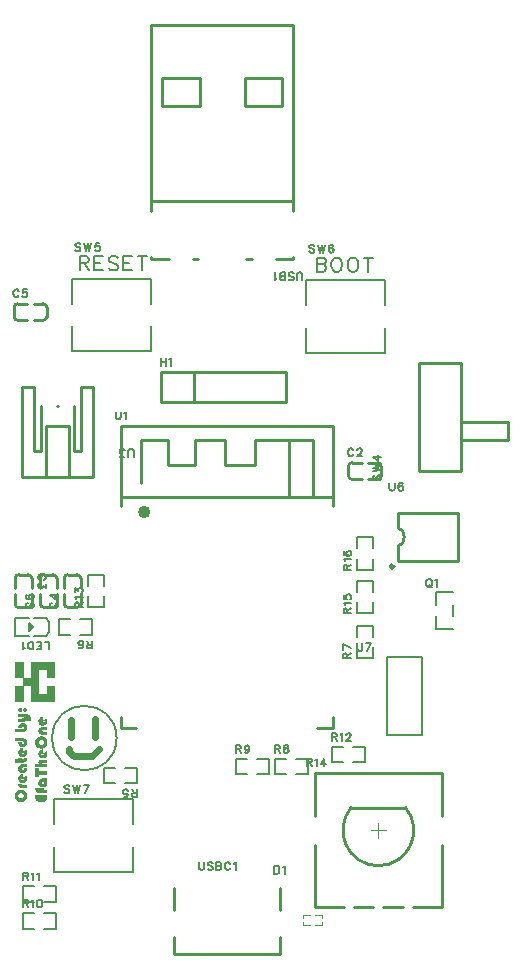
<source format=gto>
G04 Layer: TopSilkscreenLayer*
G04 EasyEDA Pro v2.2.45.4, 2026-01-19 10:00:02*
G04 Gerber Generator version 0.3*
G04 Scale: 100 percent, Rotated: No, Reflected: No*
G04 Dimensions in millimeters*
G04 Leading zeros omitted, absolute positions, 4 integers and 5 decimals*
G04 Generated by one-click*
%FSLAX45Y45*%
%MOMM*%
%ADD10C,0.2032*%
%ADD11C,0.1524*%
%ADD12C,0.6*%
%ADD13C,0.254*%
%ADD14C,0.1016*%
%ADD15C,0.1554*%
%ADD16C,0.15001*%
%ADD17C,0.1*%
%ADD18C,0.15199*%
%ADD19C,0.2*%
G75*


G04 Image Start*
G36*
G01X1498693Y-3368582D02*
G01X1498787Y-3376817D01*
G01X1499130Y-3377196D01*
G01X1499473Y-3377575D01*
G01X1500116Y-3377880D01*
G01X1500759Y-3378185D01*
G01X1515626Y-3378162D01*
G01X1530494Y-3378139D01*
G01X1547932Y-3378147D01*
G01X1565371Y-3378154D01*
G01X1566459Y-3377849D01*
G01X1567547Y-3377544D01*
G01X1567718Y-3377094D01*
G01X1567889Y-3376645D01*
G01X1567889Y-3309429D01*
G01X1567889Y-3242213D01*
G01X1568216Y-3242082D01*
G01X1568542Y-3241951D01*
G01X1596332Y-3241879D01*
G01X1624123Y-3241807D01*
G01X1627729Y-3241789D01*
G01X1631336Y-3241770D01*
G01X1631417Y-3241851D01*
G01X1631498Y-3241933D01*
G01X1631492Y-3309262D01*
G01X1631487Y-3376591D01*
G01X1632064Y-3377376D01*
G01X1632641Y-3378161D01*
G01X1634444Y-3378173D01*
G01X1636246Y-3378185D01*
G01X1644079Y-3378173D01*
G01X1651913Y-3378162D01*
G01X1729316Y-3378181D01*
G01X1806718Y-3378200D01*
G01X1807091Y-3378200D01*
G01X1807464Y-3378200D01*
G01X1819743Y-3378178D01*
G01X1832022Y-3378156D01*
G01X1832824Y-3377791D01*
G01X1833625Y-3377426D01*
G01X1833787Y-3377094D01*
G01X1833949Y-3376762D01*
G01X1833997Y-3308264D01*
G01X1834045Y-3239765D01*
G01X1833656Y-3239403D01*
G01X1833266Y-3239040D01*
G01X1832464Y-3238920D01*
G01X1831661Y-3238799D01*
G01X1830662Y-3238434D01*
G01X1829664Y-3238070D01*
G01X1829279Y-3238070D01*
G01X1828894Y-3238070D01*
G01X1828717Y-3238245D01*
G01X1828540Y-3238421D01*
G01X1826955Y-3238619D01*
G01X1825369Y-3238817D01*
G01X1803268Y-3238816D01*
G01X1781166Y-3238815D01*
G01X1773207Y-3238862D01*
G01X1765249Y-3238909D01*
G01X1764768Y-3239361D01*
G01X1764287Y-3239813D01*
G01X1764287Y-3273638D01*
G01X1764287Y-3307463D01*
G01X1733091Y-3307463D01*
G01X1701895Y-3307463D01*
G01X1701696Y-3307136D01*
G01X1701497Y-3306810D01*
G01X1701637Y-3302239D01*
G01X1701777Y-3297669D01*
G01X1701751Y-3206358D01*
G01X1701726Y-3115046D01*
G01X1701616Y-3110849D01*
G01X1701506Y-3106652D01*
G01X1701578Y-3106558D01*
G01X1701650Y-3106465D01*
G01X1732972Y-3106465D01*
G01X1764295Y-3106465D01*
G01X1764289Y-3139776D01*
G01X1764283Y-3173086D01*
G01X1764491Y-3173683D01*
G01X1764699Y-3174281D01*
G01X1765099Y-3174501D01*
G01X1765499Y-3174721D01*
G01X1767271Y-3174774D01*
G01X1769043Y-3174828D01*
G01X1799910Y-3174836D01*
G01X1830778Y-3174844D01*
G01X1831987Y-3174667D01*
G01X1833196Y-3174490D01*
G01X1833619Y-3173998D01*
G01X1834042Y-3173506D01*
G01X1834042Y-3105066D01*
G01X1834042Y-3036627D01*
G01X1833622Y-3036140D01*
G01X1833203Y-3035654D01*
G01X1832550Y-3035519D01*
G01X1831897Y-3035384D01*
G01X1732366Y-3035388D01*
G01X1632835Y-3035393D01*
G01X1632425Y-3035764D01*
G01X1632015Y-3036135D01*
G01X1631799Y-3036510D01*
G01X1631583Y-3036886D01*
G01X1631490Y-3104320D01*
G01X1631397Y-3171754D01*
G01X1599900Y-3171712D01*
G01X1568403Y-3171669D01*
G01X1568152Y-3171339D01*
G01X1567901Y-3171008D01*
G01X1567895Y-3103634D01*
G01X1567889Y-3036259D01*
G01X1567581Y-3035951D01*
G01X1567272Y-3035642D01*
G01X1566822Y-3035471D01*
G01X1566373Y-3035300D01*
G01X1533512Y-3035300D01*
G01X1500652Y-3035301D01*
G01X1499999Y-3035627D01*
G01X1499346Y-3035953D01*
G01X1499020Y-3036619D01*
G01X1498694Y-3037286D01*
G01X1498692Y-3105130D01*
G01X1498690Y-3172975D01*
G01X1499065Y-3173710D01*
G01X1499440Y-3174445D01*
G01X1500139Y-3174630D01*
G01X1500838Y-3174815D01*
G01X1505314Y-3174868D01*
G01X1509791Y-3174920D01*
G01X1514267Y-3174915D01*
G01X1518743Y-3174909D01*
G01X1535529Y-3174897D01*
G01X1552316Y-3174884D01*
G01X1553435Y-3174905D01*
G01X1554554Y-3174926D01*
G01X1559092Y-3174776D01*
G01X1563631Y-3174626D01*
G01X1563894Y-3174844D01*
G01X1564157Y-3175063D01*
G01X1564519Y-3174968D01*
G01X1564881Y-3174874D01*
G01X1565026Y-3175179D01*
G01X1565171Y-3175485D01*
G01X1565221Y-3203280D01*
G01X1565271Y-3231074D01*
G01X1565478Y-3233466D01*
G01X1565685Y-3235859D01*
G01X1565551Y-3237011D01*
G01X1565418Y-3238163D01*
G01X1565281Y-3238534D01*
G01X1565144Y-3238904D01*
G01X1532991Y-3238853D01*
G01X1500838Y-3238801D01*
G01X1500236Y-3238980D01*
G01X1499634Y-3239160D01*
G01X1499164Y-3239668D01*
G01X1498693Y-3240176D01*
G01X1498691Y-3251947D01*
G01X1498688Y-3263719D01*
G01X1498644Y-3312033D01*
G01X1498600Y-3360347D01*
G01X1498693Y-3368582D01*
G37*
G04 Image End*

G04 Text Start*
G54D10*
G01X4048760Y383286D02*
G01X4048760Y265430D01*
G01X4048760Y383286D02*
G01X4099306Y383286D01*
G01X4116070Y377698D01*
G01X4121658Y372110D01*
G01X4127246Y360934D01*
G01X4127246Y349504D01*
G01X4121658Y338328D01*
G01X4116070Y332740D01*
G01X4099306Y327152D01*
G01X4048760Y327152D02*
G01X4099306Y327152D01*
G01X4116070Y321564D01*
G01X4121658Y315976D01*
G01X4127246Y304546D01*
G01X4127246Y287782D01*
G01X4121658Y276606D01*
G01X4116070Y271018D01*
G01X4099306Y265430D01*
G01X4048760Y265430D01*
G01X4208272Y383286D02*
G01X4197096Y377698D01*
G01X4185666Y366522D01*
G01X4180078Y355092D01*
G01X4174490Y338328D01*
G01X4174490Y310388D01*
G01X4180078Y293370D01*
G01X4185666Y282194D01*
G01X4197096Y271018D01*
G01X4208272Y265430D01*
G01X4230624Y265430D01*
G01X4241800Y271018D01*
G01X4253230Y282194D01*
G01X4258818Y293370D01*
G01X4264406Y310388D01*
G01X4264406Y338328D01*
G01X4258818Y355092D01*
G01X4253230Y366522D01*
G01X4241800Y377698D01*
G01X4230624Y383286D01*
G01X4208272Y383286D01*
G01X4345432Y383286D02*
G01X4334256Y377698D01*
G01X4322826Y366522D01*
G01X4317238Y355092D01*
G01X4311650Y338328D01*
G01X4311650Y310388D01*
G01X4317238Y293370D01*
G01X4322826Y282194D01*
G01X4334256Y271018D01*
G01X4345432Y265430D01*
G01X4367784Y265430D01*
G01X4378960Y271018D01*
G01X4390390Y282194D01*
G01X4395978Y293370D01*
G01X4401566Y310388D01*
G01X4401566Y338328D01*
G01X4395978Y355092D01*
G01X4390390Y366522D01*
G01X4378960Y377698D01*
G01X4367784Y383286D01*
G01X4345432Y383286D01*
G01X4488180Y383286D02*
G01X4488180Y265430D01*
G01X4448810Y383286D02*
G01X4527550Y383286D01*
G01X2042160Y395986D02*
G01X2042160Y278130D01*
G01X2042160Y395986D02*
G01X2092706Y395986D01*
G01X2109470Y390398D01*
G01X2115058Y384810D01*
G01X2120646Y373634D01*
G01X2120646Y362204D01*
G01X2115058Y351028D01*
G01X2109470Y345440D01*
G01X2092706Y339852D01*
G01X2042160Y339852D01*
G01X2081530Y339852D02*
G01X2120646Y278130D01*
G01X2167890Y395986D02*
G01X2167890Y278130D01*
G01X2167890Y395986D02*
G01X2240788Y395986D01*
G01X2167890Y339852D02*
G01X2212848Y339852D01*
G01X2167890Y278130D02*
G01X2240788Y278130D01*
G01X2366772Y379222D02*
G01X2355342Y390398D01*
G01X2338578Y395986D01*
G01X2316226Y395986D01*
G01X2299208Y390398D01*
G01X2288032Y379222D01*
G01X2288032Y367792D01*
G01X2293620Y356616D01*
G01X2299208Y351028D01*
G01X2310638Y345440D01*
G01X2344166Y334264D01*
G01X2355342Y328676D01*
G01X2360930Y323088D01*
G01X2366772Y311658D01*
G01X2366772Y294894D01*
G01X2355342Y283718D01*
G01X2338578Y278130D01*
G01X2316226Y278130D01*
G01X2299208Y283718D01*
G01X2288032Y294894D01*
G01X2414016Y395986D02*
G01X2414016Y278130D01*
G01X2414016Y395986D02*
G01X2486914Y395986D01*
G01X2414016Y339852D02*
G01X2458974Y339852D01*
G01X2414016Y278130D02*
G01X2486914Y278130D01*
G01X2573528Y395986D02*
G01X2573528Y278130D01*
G01X2534158Y395986D02*
G01X2612898Y395986D01*
G36*
G01X1769309Y-3540464D02*
G01X1769082Y-3546828D01*
G01X1768627Y-3547964D01*
G01X1768400Y-3549555D01*
G01X1767945Y-3551373D01*
G01X1766582Y-3555464D01*
G01X1765673Y-3557509D01*
G01X1764764Y-3559327D01*
G01X1763627Y-3561146D01*
G01X1762491Y-3562737D01*
G01X1761582Y-3564100D01*
G01X1760445Y-3565464D01*
G01X1755445Y-3570464D01*
G01X1753627Y-3571828D01*
G01X1750218Y-3574100D01*
G01X1748855Y-3574782D01*
G01X1747264Y-3575464D01*
G01X1745218Y-3576373D01*
G01X1742264Y-3577282D01*
G01X1739991Y-3577964D01*
G01X1736354Y-3578418D01*
G01X1732264Y-3578646D01*
G01X1728173Y-3578418D01*
G01X1724991Y-3577964D01*
G01X1722491Y-3577509D01*
G01X1719764Y-3576827D01*
G01X1717946Y-3576146D01*
G01X1716355Y-3575464D01*
G01X1712718Y-3573646D01*
G01X1710900Y-3572509D01*
G01X1709309Y-3571373D01*
G01X1708173Y-3570691D01*
G01X1707036Y-3569782D01*
G01X1702036Y-3564782D01*
G01X1700673Y-3562964D01*
G01X1699536Y-3561373D01*
G01X1698400Y-3559555D01*
G01X1697491Y-3557964D01*
G01X1696582Y-3556146D01*
G01X1695673Y-3553646D01*
G01X1694764Y-3550691D01*
G01X1694082Y-3548418D01*
G01X1693627Y-3544327D01*
G01X1693400Y-3540691D01*
G01X1693627Y-3536600D01*
G01X1694082Y-3533873D01*
G01X1694536Y-3531600D01*
G01X1694991Y-3529555D01*
G01X1695673Y-3527282D01*
G01X1696355Y-3525464D01*
G01X1697036Y-3523873D01*
G01X1697945Y-3522055D01*
G01X1699082Y-3520009D01*
G01X1700218Y-3518191D01*
G01X1703627Y-3514100D01*
G01X1706355Y-3511373D01*
G01X1708173Y-3510009D01*
G01X1709309Y-3509100D01*
G01X1710673Y-3508191D01*
G01X1712491Y-3507055D01*
G01X1714309Y-3506146D01*
G01X1715900Y-3505464D01*
G01X1717718Y-3504782D01*
G01X1719764Y-3504100D01*
G01X1722264Y-3503418D01*
G01X1724536Y-3502964D01*
G01X1730673Y-3502737D01*
G01X1736127Y-3502737D01*
G01X1736127Y-3544555D01*
G01X1734536Y-3544782D01*
G01X1731809Y-3545236D01*
G01X1729991Y-3545236D01*
G01X1726809Y-3544782D01*
G01X1724536Y-3544327D01*
G01X1722946Y-3544100D01*
G01X1722946Y-3537282D01*
G01X1722718Y-3532168D01*
G01X1722037Y-3530464D01*
G01X1720218Y-3530919D01*
G01X1718400Y-3531828D01*
G01X1716582Y-3533418D01*
G01X1715445Y-3535691D01*
G01X1714991Y-3537509D01*
G01X1714764Y-3539100D01*
G01X1715218Y-3541600D01*
G01X1716127Y-3543873D01*
G01X1717036Y-3545464D01*
G01X1718173Y-3546600D01*
G01X1719309Y-3547509D01*
G01X1720900Y-3548646D01*
G01X1722718Y-3549555D01*
G01X1724991Y-3550236D01*
G01X1727264Y-3550691D01*
G01X1729309Y-3550918D01*
G01X1732264Y-3550691D01*
G01X1735445Y-3550236D01*
G01X1737946Y-3549555D01*
G01X1739991Y-3548646D01*
G01X1742036Y-3547509D01*
G01X1743400Y-3546373D01*
G01X1744764Y-3544782D01*
G01X1745900Y-3542509D01*
G01X1746354Y-3540691D01*
G01X1746354Y-3539555D01*
G01X1745900Y-3537509D01*
G01X1744991Y-3535009D01*
G01X1743855Y-3533418D01*
G01X1742946Y-3532509D01*
G01X1742718Y-3531828D01*
G01X1743400Y-3530691D01*
G01X1748855Y-3526146D01*
G01X1751127Y-3524327D01*
G01X1759309Y-3517509D01*
G01X1760445Y-3516600D01*
G01X1761127Y-3516657D01*
G01X1761809Y-3517282D01*
G01X1763400Y-3519327D01*
G01X1764764Y-3521600D01*
G01X1766582Y-3525237D01*
G01X1767491Y-3527737D01*
G01X1768173Y-3529782D01*
G01X1769082Y-3533873D01*
G01X1769309Y-3540464D01*
G37*
G36*
G01X1767945Y-3641827D02*
G01X1767718Y-3655691D01*
G01X1748400Y-3655918D01*
G01X1728627Y-3655691D01*
G01X1725900Y-3655464D01*
G01X1722264Y-3655237D01*
G01X1719991Y-3654782D01*
G01X1718400Y-3654555D01*
G01X1716582Y-3654100D01*
G01X1714309Y-3653191D01*
G01X1712264Y-3652282D01*
G01X1710445Y-3651373D01*
G01X1708400Y-3650237D01*
G01X1706809Y-3649100D01*
G01X1704536Y-3647282D01*
G01X1700673Y-3643418D01*
G01X1699309Y-3641600D01*
G01X1698400Y-3640464D01*
G01X1697491Y-3638873D01*
G01X1696582Y-3637055D01*
G01X1695673Y-3635009D01*
G01X1694082Y-3630237D01*
G01X1693627Y-3626600D01*
G01X1693400Y-3624555D01*
G01X1693627Y-3622509D01*
G01X1693854Y-3620237D01*
G01X1694082Y-3617509D01*
G01X1694536Y-3615237D01*
G01X1695446Y-3611600D01*
G01X1696127Y-3609782D01*
G01X1698173Y-3605691D01*
G01X1700445Y-3602509D01*
G01X1701809Y-3600918D01*
G01X1704082Y-3598646D01*
G01X1706355Y-3596827D01*
G01X1709991Y-3594555D01*
G01X1711809Y-3593646D01*
G01X1714309Y-3592737D01*
G01X1716355Y-3592055D01*
G01X1720900Y-3591146D01*
G01X1725445Y-3590691D01*
G01X1747036Y-3590464D01*
G01X1767945Y-3590464D01*
G01X1767945Y-3603191D01*
G01X1767718Y-3617055D01*
G01X1767491Y-3618191D01*
G01X1748400Y-3618191D01*
G01X1728627Y-3617964D01*
G01X1727264Y-3617964D01*
G01X1724536Y-3618418D01*
G01X1722775Y-3618873D01*
G01X1721582Y-3619782D01*
G01X1720673Y-3622055D01*
G01X1720900Y-3624782D01*
G01X1721809Y-3626827D01*
G01X1723173Y-3627736D01*
G01X1745900Y-3628191D01*
G01X1767945Y-3628191D01*
G01X1767945Y-3641827D01*
G37*
G36*
G01X1598400Y-3721146D02*
G01X1598173Y-3727509D01*
G01X1597718Y-3728873D01*
G01X1597491Y-3730464D01*
G01X1597037Y-3732282D01*
G01X1596355Y-3734327D01*
G01X1595673Y-3736146D01*
G01X1594764Y-3737964D01*
G01X1593855Y-3740009D01*
G01X1592718Y-3742055D01*
G01X1591582Y-3743646D01*
G01X1590900Y-3744782D01*
G01X1589991Y-3745918D01*
G01X1588400Y-3747509D01*
G01X1587264Y-3749100D01*
G01X1586355Y-3749782D01*
G01X1585218Y-3750691D01*
G01X1584082Y-3751827D01*
G01X1582946Y-3752736D01*
G01X1581355Y-3753873D01*
G01X1579536Y-3755009D01*
G01X1575900Y-3756827D01*
G01X1574082Y-3757509D01*
G01X1572037Y-3758191D01*
G01X1569764Y-3758873D01*
G01X1567718Y-3759328D01*
G01X1565900Y-3759555D01*
G01X1562718Y-3759782D01*
G01X1559991Y-3759782D01*
G01X1555446Y-3759328D01*
G01X1550900Y-3758418D01*
G01X1549082Y-3757964D01*
G01X1547036Y-3757282D01*
G01X1544991Y-3756373D01*
G01X1542718Y-3755237D01*
G01X1540900Y-3754100D01*
G01X1539536Y-3753191D01*
G01X1538400Y-3752282D01*
G01X1537036Y-3751373D01*
G01X1535673Y-3750237D01*
G01X1532264Y-3746827D01*
G01X1530446Y-3744555D01*
G01X1529082Y-3742964D01*
G01X1527718Y-3740918D01*
G01X1526582Y-3738873D01*
G01X1525673Y-3737055D01*
G01X1524991Y-3735237D01*
G01X1524309Y-3733191D01*
G01X1523627Y-3730691D01*
G01X1523173Y-3728418D01*
G01X1522945Y-3722509D01*
G01X1523173Y-3716146D01*
G01X1523400Y-3715009D01*
G01X1538400Y-3715009D01*
G01X1549536Y-3715123D01*
G01X1552945Y-3715464D01*
G01X1552036Y-3716827D01*
G01X1551127Y-3718646D01*
G01X1550673Y-3721373D01*
G01X1551127Y-3724555D01*
G01X1552036Y-3726600D01*
G01X1552718Y-3727964D01*
G01X1553627Y-3729100D01*
G01X1555446Y-3730464D01*
G01X1557945Y-3731600D01*
G01X1559991Y-3732055D01*
G01X1561127Y-3732055D01*
G01X1562718Y-3731827D01*
G01X1564764Y-3731373D01*
G01X1566809Y-3730237D01*
G01X1568855Y-3728646D01*
G01X1570218Y-3726827D01*
G01X1571127Y-3725009D01*
G01X1571582Y-3722509D01*
G01X1571355Y-3719327D01*
G01X1570673Y-3716827D01*
G01X1569764Y-3715464D01*
G01X1568855Y-3714327D01*
G01X1567491Y-3713191D01*
G01X1565900Y-3712282D01*
G01X1564082Y-3711600D01*
G01X1562264Y-3711146D01*
G01X1529309Y-3710918D01*
G01X1497036Y-3710918D01*
G01X1497036Y-3683646D01*
G01X1530218Y-3683646D01*
G01X1564082Y-3683873D01*
G01X1566809Y-3684327D01*
G01X1570446Y-3685009D01*
G01X1572718Y-3685691D01*
G01X1574764Y-3686373D01*
G01X1577264Y-3687282D01*
G01X1579536Y-3688418D01*
G01X1581355Y-3689555D01*
G01X1582718Y-3690236D01*
G01X1583855Y-3691146D01*
G01X1587037Y-3693873D01*
G01X1589309Y-3696146D01*
G01X1591127Y-3698418D01*
G01X1592264Y-3700236D01*
G01X1593627Y-3702282D01*
G01X1594764Y-3704327D01*
G01X1595673Y-3706373D01*
G01X1597037Y-3710009D01*
G01X1597718Y-3712509D01*
G01X1598173Y-3714782D01*
G01X1598400Y-3721146D01*
G37*
G36*
G01X1598400Y-3804555D02*
G01X1598173Y-3811146D01*
G01X1597718Y-3812509D01*
G01X1597491Y-3814100D01*
G01X1597037Y-3815918D01*
G01X1596355Y-3817964D01*
G01X1595673Y-3819782D01*
G01X1594991Y-3821373D01*
G01X1594309Y-3822737D01*
G01X1592491Y-3825918D01*
G01X1591809Y-3827055D01*
G01X1590900Y-3828191D01*
G01X1588173Y-3831373D01*
G01X1585445Y-3834100D01*
G01X1583627Y-3835464D01*
G01X1582037Y-3836600D01*
G01X1580218Y-3837737D01*
G01X1578855Y-3838646D01*
G01X1577491Y-3839327D01*
G01X1575900Y-3840009D01*
G01X1574082Y-3840691D01*
G01X1572037Y-3841373D01*
G01X1569536Y-3842055D01*
G01X1567264Y-3842509D01*
G01X1561355Y-3842737D01*
G01X1555446Y-3842509D01*
G01X1552945Y-3842055D01*
G01X1549764Y-3841373D01*
G01X1547036Y-3840464D01*
G01X1544991Y-3839555D01*
G01X1540900Y-3837509D01*
G01X1539309Y-3836373D01*
G01X1538173Y-3835691D01*
G01X1534764Y-3832964D01*
G01X1532036Y-3830236D01*
G01X1530218Y-3827964D01*
G01X1528855Y-3826146D01*
G01X1526582Y-3822509D01*
G01X1525673Y-3820691D01*
G01X1524764Y-3818191D01*
G01X1524082Y-3816146D01*
G01X1523173Y-3812509D01*
G01X1522718Y-3808418D01*
G01X1522491Y-3804555D01*
G01X1522718Y-3800691D01*
G01X1523173Y-3797509D01*
G01X1523627Y-3795464D01*
G01X1524309Y-3792736D01*
G01X1525218Y-3790237D01*
G01X1526127Y-3787964D01*
G01X1527036Y-3786146D01*
G01X1527945Y-3784555D01*
G01X1529309Y-3782509D01*
G01X1530673Y-3780691D01*
G01X1536355Y-3775009D01*
G01X1537491Y-3774100D01*
G01X1539082Y-3772964D01*
G01X1541355Y-3771600D01*
G01X1543400Y-3770464D01*
G01X1547945Y-3768645D01*
G01X1550218Y-3767964D01*
G01X1552264Y-3767509D01*
G01X1555446Y-3767055D01*
G01X1559082Y-3766827D01*
G01X1562718Y-3767055D01*
G01X1564309Y-3767282D01*
G01X1564991Y-3772396D01*
G01X1565218Y-3787736D01*
G01X1565048Y-3803191D01*
G01X1564536Y-3808646D01*
G01X1563173Y-3809327D01*
G01X1559991Y-3809555D01*
G01X1556355Y-3809327D01*
G01X1553627Y-3808646D01*
G01X1552036Y-3808191D01*
G01X1552036Y-3801373D01*
G01X1551866Y-3796316D01*
G01X1551355Y-3794782D01*
G01X1549536Y-3795237D01*
G01X1547945Y-3795918D01*
G01X1546355Y-3797282D01*
G01X1544991Y-3798873D01*
G01X1544309Y-3800464D01*
G01X1543854Y-3802964D01*
G01X1544309Y-3805918D01*
G01X1545218Y-3808191D01*
G01X1546127Y-3809555D01*
G01X1547036Y-3810691D01*
G01X1548173Y-3811827D01*
G01X1549991Y-3812964D01*
G01X1552491Y-3814100D01*
G01X1554536Y-3814782D01*
G01X1558855Y-3815009D01*
G01X1563173Y-3814782D01*
G01X1565446Y-3814327D01*
G01X1567946Y-3813646D01*
G01X1569764Y-3812737D01*
G01X1571127Y-3811827D01*
G01X1572264Y-3810918D01*
G01X1573400Y-3809782D01*
G01X1574536Y-3807964D01*
G01X1575218Y-3805236D01*
G01X1574991Y-3802055D01*
G01X1574082Y-3799327D01*
G01X1572946Y-3797736D01*
G01X1572037Y-3796600D01*
G01X1571866Y-3795975D01*
G01X1572264Y-3795464D01*
G01X1573400Y-3794327D01*
G01X1581582Y-3787509D01*
G01X1583855Y-3785691D01*
G01X1584991Y-3784555D01*
G01X1586127Y-3783645D01*
G01X1587718Y-3782282D01*
G01X1589536Y-3780918D01*
G01X1590161Y-3780748D01*
G01X1590673Y-3781146D01*
G01X1591582Y-3782282D01*
G01X1592491Y-3783645D01*
G01X1593627Y-3785464D01*
G01X1594764Y-3787509D01*
G01X1595673Y-3789555D01*
G01X1596582Y-3791827D01*
G01X1597264Y-3793873D01*
G01X1598173Y-3797964D01*
G01X1598400Y-3804555D01*
G37*
G36*
G01X1770673Y-3720236D02*
G01X1770445Y-3722509D01*
G01X1770218Y-3723873D01*
G01X1769991Y-3727055D01*
G01X1769536Y-3730237D01*
G01X1769082Y-3732055D01*
G01X1768627Y-3734327D01*
G01X1767945Y-3736827D01*
G01X1767264Y-3738646D01*
G01X1766582Y-3740237D01*
G01X1765673Y-3742282D01*
G01X1764536Y-3744782D01*
G01X1763173Y-3747055D01*
G01X1761809Y-3749100D01*
G01X1760673Y-3750691D01*
G01X1757946Y-3754328D01*
G01X1751809Y-3760464D01*
G01X1749991Y-3761827D01*
G01X1747718Y-3763646D01*
G01X1745900Y-3764782D01*
G01X1743627Y-3766146D01*
G01X1741582Y-3767282D01*
G01X1737491Y-3769100D01*
G01X1734991Y-3770009D01*
G01X1731809Y-3770918D01*
G01X1729536Y-3771600D01*
G01X1726355Y-3772055D01*
G01X1721809Y-3772509D01*
G01X1718627Y-3772736D01*
G01X1715445Y-3772509D01*
G01X1713627Y-3772282D01*
G01X1710900Y-3772055D01*
G01X1707718Y-3771600D01*
G01X1704536Y-3770918D01*
G01X1701582Y-3770009D01*
G01X1698855Y-3769100D01*
G01X1696809Y-3768191D01*
G01X1692718Y-3766146D01*
G01X1689082Y-3763873D01*
G01X1685900Y-3761600D01*
G01X1684309Y-3760237D01*
G01X1682718Y-3758646D01*
G01X1681127Y-3757509D01*
G01X1680218Y-3756373D01*
G01X1679082Y-3755009D01*
G01X1677491Y-3753418D01*
G01X1676127Y-3751600D01*
G01X1674991Y-3750009D01*
G01X1673627Y-3747964D01*
G01X1672491Y-3746146D01*
G01X1671582Y-3744555D01*
G01X1670673Y-3742736D01*
G01X1669764Y-3740691D01*
G01X1668855Y-3738191D01*
G01X1667264Y-3733418D01*
G01X1666355Y-3728873D01*
G01X1665900Y-3724782D01*
G01X1665673Y-3720691D01*
G01X1665729Y-3719327D01*
G01X1695218Y-3719327D01*
G01X1695446Y-3723418D01*
G01X1695673Y-3725009D01*
G01X1696127Y-3726827D01*
G01X1697036Y-3728873D01*
G01X1698173Y-3731146D01*
G01X1700445Y-3734327D01*
G01X1701809Y-3735918D01*
G01X1704082Y-3737736D01*
G01X1705673Y-3738873D01*
G01X1707718Y-3740009D01*
G01X1709764Y-3740918D01*
G01X1712264Y-3741600D01*
G01X1714536Y-3742055D01*
G01X1717264Y-3742282D01*
G01X1719991Y-3742055D01*
G01X1722718Y-3741600D01*
G01X1725673Y-3740918D01*
G01X1727946Y-3740009D01*
G01X1730218Y-3738873D01*
G01X1732264Y-3737509D01*
G01X1733855Y-3736146D01*
G01X1736127Y-3733873D01*
G01X1737036Y-3732737D01*
G01X1737946Y-3731373D01*
G01X1738855Y-3729782D01*
G01X1739536Y-3728191D01*
G01X1740218Y-3726373D01*
G01X1740673Y-3724100D01*
G01X1740673Y-3724100D01*
G01X1740900Y-3722509D01*
G01X1741127Y-3720691D01*
G01X1740900Y-3718418D01*
G01X1740673Y-3716827D01*
G01X1740218Y-3714327D01*
G01X1739309Y-3711600D01*
G01X1738173Y-3709327D01*
G01X1736582Y-3707055D01*
G01X1735218Y-3705236D01*
G01X1734082Y-3704100D01*
G01X1731809Y-3702282D01*
G01X1730445Y-3701373D01*
G01X1726809Y-3699555D01*
G01X1724764Y-3698873D01*
G01X1722718Y-3698418D01*
G01X1718627Y-3698191D01*
G01X1714536Y-3698418D01*
G01X1712264Y-3698873D01*
G01X1709764Y-3699555D01*
G01X1707718Y-3700464D01*
G01X1705900Y-3701373D01*
G01X1704536Y-3702282D01*
G01X1702264Y-3704100D01*
G01X1699991Y-3706373D01*
G01X1698855Y-3707737D01*
G01X1697945Y-3709100D01*
G01X1697036Y-3710691D01*
G01X1696127Y-3713191D01*
G01X1695446Y-3715236D01*
G01X1695218Y-3719327D01*
G01X1665729Y-3719327D01*
G01X1665900Y-3715236D01*
G01X1666355Y-3712055D01*
G01X1666809Y-3709327D01*
G01X1667491Y-3706145D01*
G01X1668400Y-3703191D01*
G01X1669309Y-3700464D01*
G01X1670218Y-3698418D01*
G01X1672264Y-3694327D01*
G01X1673627Y-3692055D01*
G01X1674764Y-3690464D01*
G01X1675446Y-3689327D01*
G01X1676355Y-3688191D01*
G01X1679082Y-3685009D01*
G01X1683627Y-3680464D01*
G01X1687036Y-3677737D01*
G01X1688627Y-3676600D01*
G01X1690900Y-3675236D01*
G01X1692945Y-3673873D01*
G01X1695218Y-3672737D01*
G01X1699309Y-3670918D01*
G01X1704082Y-3669327D01*
G01X1708173Y-3668418D01*
G01X1711809Y-3667964D01*
G01X1717264Y-3667737D01*
G01X1723173Y-3667964D01*
G01X1726355Y-3668418D01*
G01X1729082Y-3668873D01*
G01X1731127Y-3669327D01*
G01X1733855Y-3670009D01*
G01X1736582Y-3670918D01*
G01X1740673Y-3672737D01*
G01X1743173Y-3673873D01*
G01X1745445Y-3675236D01*
G01X1747491Y-3676600D01*
G01X1749082Y-3677737D01*
G01X1750218Y-3678646D01*
G01X1751809Y-3680009D01*
G01X1753627Y-3681373D01*
G01X1755900Y-3683646D01*
G01X1757718Y-3685918D01*
G01X1759309Y-3687509D01*
G01X1760673Y-3689327D01*
G01X1761809Y-3690918D01*
G01X1764082Y-3694555D01*
G01X1765218Y-3696600D01*
G01X1766127Y-3698418D01*
G01X1766809Y-3700009D01*
G01X1767491Y-3701827D01*
G01X1768173Y-3703873D01*
G01X1768855Y-3706600D01*
G01X1769536Y-3708873D01*
G01X1769991Y-3712055D01*
G01X1770673Y-3720236D01*
G37*
G36*
G01X1598855Y-3942509D02*
G01X1598627Y-3944782D01*
G01X1598400Y-3946146D01*
G01X1598173Y-3948418D01*
G01X1597718Y-3951146D01*
G01X1597264Y-3953418D01*
G01X1596809Y-3955009D01*
G01X1596127Y-3957282D01*
G01X1595218Y-3959327D01*
G01X1593173Y-3963418D01*
G01X1592037Y-3965009D01*
G01X1591355Y-3966145D01*
G01X1588627Y-3969555D01*
G01X1586355Y-3971827D01*
G01X1582946Y-3974555D01*
G01X1580218Y-3976373D01*
G01X1578627Y-3977282D01*
G01X1576582Y-3978191D01*
G01X1572946Y-3979555D01*
G01X1570673Y-3980236D01*
G01X1568627Y-3980691D01*
G01X1565446Y-3981145D01*
G01X1561582Y-3981373D01*
G01X1557718Y-3981145D01*
G01X1555673Y-3980918D01*
G01X1552718Y-3980464D01*
G01X1550446Y-3979782D01*
G01X1548627Y-3979327D01*
G01X1546582Y-3978646D01*
G01X1544536Y-3977737D01*
G01X1542264Y-3976600D01*
G01X1540446Y-3975464D01*
G01X1539082Y-3974555D01*
G01X1535446Y-3971827D01*
G01X1531582Y-3967964D01*
G01X1530218Y-3966145D01*
G01X1529082Y-3964555D01*
G01X1527718Y-3962509D01*
G01X1525673Y-3958418D01*
G01X1524991Y-3956600D01*
G01X1524309Y-3954555D01*
G01X1523627Y-3951827D01*
G01X1523173Y-3949327D01*
G01X1522945Y-3943418D01*
G01X1523173Y-3937509D01*
G01X1523627Y-3934782D01*
G01X1524309Y-3931146D01*
G01X1525218Y-3927964D01*
G01X1526127Y-3925691D01*
G01X1528173Y-3921600D01*
G01X1529309Y-3920009D01*
G01X1529991Y-3918873D01*
G01X1530900Y-3917736D01*
G01X1535446Y-3913191D01*
G01X1536582Y-3912282D01*
G01X1538173Y-3911146D01*
G01X1539991Y-3910009D01*
G01X1541809Y-3909100D01*
G01X1543854Y-3908191D01*
G01X1547945Y-3906827D01*
G01X1550446Y-3906146D01*
G01X1552718Y-3905691D01*
G01X1557264Y-3905237D01*
G01X1577491Y-3905009D01*
G01X1597037Y-3905009D01*
G01X1597037Y-3932282D01*
G01X1580445Y-3932282D01*
G01X1563173Y-3932509D01*
G01X1560900Y-3932736D01*
G01X1558400Y-3933191D01*
G01X1556355Y-3934100D01*
G01X1554309Y-3935236D01*
G01X1552945Y-3936146D01*
G01X1552036Y-3937509D01*
G01X1551127Y-3939555D01*
G01X1550673Y-3941827D01*
G01X1550900Y-3944327D01*
G01X1551355Y-3946146D01*
G01X1552036Y-3947964D01*
G01X1553173Y-3949555D01*
G01X1554309Y-3950691D01*
G01X1555673Y-3951827D01*
G01X1557264Y-3952737D01*
G01X1559536Y-3953418D01*
G01X1561809Y-3953418D01*
G01X1564082Y-3952964D01*
G01X1566355Y-3952282D01*
G01X1567718Y-3951373D01*
G01X1569082Y-3950236D01*
G01X1570446Y-3948418D01*
G01X1571355Y-3946600D01*
G01X1571582Y-3943191D01*
G01X1571127Y-3939782D01*
G01X1570446Y-3937964D01*
G01X1570218Y-3936827D01*
G01X1598400Y-3936827D01*
G01X1598400Y-3937964D01*
G01X1598627Y-3939782D01*
G01X1598855Y-3942509D01*
G37*
G36*
G01X1767945Y-3931827D02*
G01X1667945Y-3931827D01*
G01X1667945Y-3904555D01*
G01X1698400Y-3904555D01*
G01X1697945Y-3903645D01*
G01X1696809Y-3901827D01*
G01X1695673Y-3899782D01*
G01X1694764Y-3897282D01*
G01X1694082Y-3895237D01*
G01X1693854Y-3890691D01*
G01X1694309Y-3885237D01*
G01X1695218Y-3882509D01*
G01X1696127Y-3880464D01*
G01X1696809Y-3878873D01*
G01X1697718Y-3877736D01*
G01X1699082Y-3876146D01*
G01X1700445Y-3874782D01*
G01X1701582Y-3873873D01*
G01X1702945Y-3872736D01*
G01X1704309Y-3871827D01*
G01X1705900Y-3870918D01*
G01X1708173Y-3870009D01*
G01X1709991Y-3869327D01*
G01X1714082Y-3868418D01*
G01X1717718Y-3867964D01*
G01X1743173Y-3867736D01*
G01X1767945Y-3867736D01*
G01X1767945Y-3895009D01*
G01X1749309Y-3895009D01*
G01X1728627Y-3895237D01*
G01X1724991Y-3895691D01*
G01X1722718Y-3896600D01*
G01X1721809Y-3898418D01*
G01X1721809Y-3901146D01*
G01X1722718Y-3903191D01*
G01X1724309Y-3904100D01*
G01X1746582Y-3904555D01*
G01X1767945Y-3904555D01*
G01X1767945Y-3931827D01*
G37*
G36*
G01X1599764Y-4172964D02*
G01X1599536Y-4175237D01*
G01X1599309Y-4177282D01*
G01X1599082Y-4179782D01*
G01X1598627Y-4182964D01*
G01X1597718Y-4187509D01*
G01X1596127Y-4192282D01*
G01X1595218Y-4194554D01*
G01X1594309Y-4196600D01*
G01X1593400Y-4198418D01*
G01X1591582Y-4201600D01*
G01X1590673Y-4202964D01*
G01X1589764Y-4204100D01*
G01X1588627Y-4205691D01*
G01X1587264Y-4207282D01*
G01X1585445Y-4209554D01*
G01X1583173Y-4211827D01*
G01X1582037Y-4212736D01*
G01X1580445Y-4214100D01*
G01X1578627Y-4215464D01*
G01X1577491Y-4216373D01*
G01X1576127Y-4217282D01*
G01X1574309Y-4218418D01*
G01X1572264Y-4219554D01*
G01X1568627Y-4221373D01*
G01X1566127Y-4222282D01*
G01X1563400Y-4223191D01*
G01X1560900Y-4223873D01*
G01X1559082Y-4224327D01*
G01X1555900Y-4224782D01*
G01X1550900Y-4225236D01*
G01X1547945Y-4225464D01*
G01X1544991Y-4225236D01*
G01X1540446Y-4224782D01*
G01X1538627Y-4224555D01*
G01X1535900Y-4224100D01*
G01X1533627Y-4223418D01*
G01X1531582Y-4222964D01*
G01X1529309Y-4222282D01*
G01X1527036Y-4221373D01*
G01X1524991Y-4220464D01*
G01X1520900Y-4218418D01*
G01X1519082Y-4217282D01*
G01X1517718Y-4216373D01*
G01X1516582Y-4215464D01*
G01X1515218Y-4214554D01*
G01X1513855Y-4213418D01*
G01X1510673Y-4210691D01*
G01X1509537Y-4209554D01*
G01X1507264Y-4206827D01*
G01X1506127Y-4205691D01*
G01X1504764Y-4203873D01*
G01X1503173Y-4201600D01*
G01X1501809Y-4199554D01*
G01X1500673Y-4197509D01*
G01X1498855Y-4193873D01*
G01X1497946Y-4191373D01*
G01X1496355Y-4186600D01*
G01X1495446Y-4181600D01*
G01X1494991Y-4177964D01*
G01X1494764Y-4173418D01*
G01X1494991Y-4167964D01*
G01X1495446Y-4164327D01*
G01X1495900Y-4161600D01*
G01X1496355Y-4159327D01*
G01X1497036Y-4156373D01*
G01X1497946Y-4153645D01*
G01X1498855Y-4151373D01*
G01X1499764Y-4149327D01*
G01X1500900Y-4147054D01*
G01X1503173Y-4143418D01*
G01X1504764Y-4141145D01*
G01X1506582Y-4138873D01*
G01X1507946Y-4137054D01*
G01X1511809Y-4133191D01*
G01X1513627Y-4131827D01*
G01X1514764Y-4130918D01*
G01X1516355Y-4129782D01*
G01X1518627Y-4128418D01*
G01X1520446Y-4127282D01*
G01X1522264Y-4126373D01*
G01X1526355Y-4124555D01*
G01X1528627Y-4123646D01*
G01X1530446Y-4122964D01*
G01X1532264Y-4122509D01*
G01X1534309Y-4121827D01*
G01X1536809Y-4121145D01*
G01X1538002Y-4121202D01*
G01X1538400Y-4121827D01*
G01X1538627Y-4123418D01*
G01X1540446Y-4150691D01*
G01X1540446Y-4152055D01*
G01X1539309Y-4153191D01*
G01X1537491Y-4153873D01*
G01X1535900Y-4154555D01*
G01X1534309Y-4155464D01*
G01X1531582Y-4157282D01*
G01X1530218Y-4158418D01*
G01X1529082Y-4159555D01*
G01X1527718Y-4161146D01*
G01X1526355Y-4163418D01*
G01X1525218Y-4165918D01*
G01X1524537Y-4167964D01*
G01X1524309Y-4171600D01*
G01X1524537Y-4176600D01*
G01X1525218Y-4179782D01*
G01X1526127Y-4182055D01*
G01X1527036Y-4183873D01*
G01X1528173Y-4185691D01*
G01X1529537Y-4187282D01*
G01X1532264Y-4190009D01*
G01X1534309Y-4191373D01*
G01X1536355Y-4192509D01*
G01X1539082Y-4193645D01*
G01X1541355Y-4194327D01*
G01X1543173Y-4194554D01*
G01X1545446Y-4194782D01*
G01X1548627Y-4194782D01*
G01X1552264Y-4194327D01*
G01X1555218Y-4193645D01*
G01X1557718Y-4192736D01*
G01X1560900Y-4191146D01*
G01X1563173Y-4189327D01*
G01X1564082Y-4188418D01*
G01X1564991Y-4187282D01*
G01X1566127Y-4186146D01*
G01X1567036Y-4185009D01*
G01X1567946Y-4183418D01*
G01X1568855Y-4181373D01*
G01X1569536Y-4179327D01*
G01X1569991Y-4177509D01*
G01X1570218Y-4174555D01*
G01X1569991Y-4170236D01*
G01X1569309Y-4166600D01*
G01X1568400Y-4164100D01*
G01X1567491Y-4162282D01*
G01X1566355Y-4160464D01*
G01X1565218Y-4158873D01*
G01X1564082Y-4157736D01*
G01X1562946Y-4156827D01*
G01X1560218Y-4155009D01*
G01X1558400Y-4154100D01*
G01X1556127Y-4153191D01*
G01X1553855Y-4152509D01*
G01X1551809Y-4152055D01*
G01X1549764Y-4151827D01*
G01X1548400Y-4151827D01*
G01X1548400Y-4146145D01*
G01X1548627Y-4139782D01*
G01X1548855Y-4130009D01*
G01X1549309Y-4120918D01*
G01X1551809Y-4121145D01*
G01X1554536Y-4121600D01*
G01X1556809Y-4122054D01*
G01X1559991Y-4122736D01*
G01X1562946Y-4123646D01*
G01X1564991Y-4124327D01*
G01X1566582Y-4124782D01*
G01X1568173Y-4125464D01*
G01X1572264Y-4127282D01*
G01X1574082Y-4128191D01*
G01X1576127Y-4129327D01*
G01X1577946Y-4130464D01*
G01X1579309Y-4131373D01*
G01X1580445Y-4132282D01*
G01X1584082Y-4135009D01*
G01X1587946Y-4138873D01*
G01X1589764Y-4141145D01*
G01X1590900Y-4142964D01*
G01X1591809Y-4144100D01*
G01X1592946Y-4145691D01*
G01X1595218Y-4150236D01*
G01X1596127Y-4152282D01*
G01X1597491Y-4156373D01*
G01X1598173Y-4158873D01*
G01X1598627Y-4161146D01*
G01X1599082Y-4164782D01*
G01X1599764Y-4172964D01*
G37*
G36*
G01X1597037Y-4108646D02*
G01X1575900Y-4108646D01*
G01X1554082Y-4108418D01*
G01X1552491Y-4108191D01*
G01X1550446Y-4107964D01*
G01X1545900Y-4107055D01*
G01X1543400Y-4106373D01*
G01X1541127Y-4105464D01*
G01X1539082Y-4104555D01*
G01X1536809Y-4103418D01*
G01X1534537Y-4101827D01*
G01X1532718Y-4100464D01*
G01X1529309Y-4097055D01*
G01X1527945Y-4095236D01*
G01X1526582Y-4093191D01*
G01X1525673Y-4091600D01*
G01X1524764Y-4089555D01*
G01X1524082Y-4087509D01*
G01X1523173Y-4083873D01*
G01X1522718Y-4080236D01*
G01X1522491Y-4078191D01*
G01X1522718Y-4076146D01*
G01X1523173Y-4071146D01*
G01X1523400Y-4069554D01*
G01X1527036Y-4068873D01*
G01X1537945Y-4068645D01*
G01X1548798Y-4068816D01*
G01X1552264Y-4069327D01*
G01X1551582Y-4070918D01*
G01X1551127Y-4072964D01*
G01X1551355Y-4074782D01*
G01X1551582Y-4076373D01*
G01X1552264Y-4077736D01*
G01X1553400Y-4078873D01*
G01X1554764Y-4079782D01*
G01X1556582Y-4080464D01*
G01X1558855Y-4080918D01*
G01X1560900Y-4081146D01*
G01X1579309Y-4081373D01*
G01X1597037Y-4081373D01*
G01X1597037Y-4108646D01*
G37*
G36*
G01X1769764Y-4062509D02*
G01X1769536Y-4065464D01*
G01X1769082Y-4068418D01*
G01X1768627Y-4071146D01*
G01X1768400Y-4072736D01*
G01X1767945Y-4074555D01*
G01X1767264Y-4076600D01*
G01X1766582Y-4078418D01*
G01X1765900Y-4080009D01*
G01X1765218Y-4081373D01*
G01X1764309Y-4082964D01*
G01X1762946Y-4085236D01*
G01X1761582Y-4087055D01*
G01X1759764Y-4089327D01*
G01X1756354Y-4092736D01*
G01X1755218Y-4093646D01*
G01X1752036Y-4095918D01*
G01X1750445Y-4096827D01*
G01X1746809Y-4098646D01*
G01X1744309Y-4099555D01*
G01X1742264Y-4100236D01*
G01X1737264Y-4101145D01*
G01X1732491Y-4101373D01*
G01X1727718Y-4101145D01*
G01X1725900Y-4100918D01*
G01X1723173Y-4100464D01*
G01X1720900Y-4099782D01*
G01X1719082Y-4099327D01*
G01X1717264Y-4098646D01*
G01X1715673Y-4097964D01*
G01X1713627Y-4097055D01*
G01X1711809Y-4095918D01*
G01X1710445Y-4095236D01*
G01X1709309Y-4094327D01*
G01X1706582Y-4092055D01*
G01X1702036Y-4087509D01*
G01X1701127Y-4086373D01*
G01X1698855Y-4083191D01*
G01X1697945Y-4081600D01*
G01X1697036Y-4079555D01*
G01X1696127Y-4077282D01*
G01X1694536Y-4072509D01*
G01X1694082Y-4069327D01*
G01X1693854Y-4064100D01*
G01X1694082Y-4057509D01*
G01X1694536Y-4054782D01*
G01X1694764Y-4053191D01*
G01X1695218Y-4051373D01*
G01X1696582Y-4046827D01*
G01X1697491Y-4044782D01*
G01X1698400Y-4042964D01*
G01X1699536Y-4041146D01*
G01X1700673Y-4039555D01*
G01X1701355Y-4038418D01*
G01X1702264Y-4037282D01*
G01X1705673Y-4033873D01*
G01X1707264Y-4032509D01*
G01X1708855Y-4031373D01*
G01X1710445Y-4030464D01*
G01X1714991Y-4028191D01*
G01X1717491Y-4027282D01*
G01X1719536Y-4026600D01*
G01X1724536Y-4025691D01*
G01X1731355Y-4025237D01*
G01X1749991Y-4025009D01*
G01X1767945Y-4025009D01*
G01X1767945Y-4052736D01*
G01X1750218Y-4052736D01*
G01X1730900Y-4052964D01*
G01X1728400Y-4053645D01*
G01X1726582Y-4054327D01*
G01X1725218Y-4055236D01*
G01X1724082Y-4056373D01*
G01X1722946Y-4057736D01*
G01X1722037Y-4059554D01*
G01X1721582Y-4061600D01*
G01X1721809Y-4064327D01*
G01X1722491Y-4067055D01*
G01X1723400Y-4068645D01*
G01X1724082Y-4069782D01*
G01X1724991Y-4070691D01*
G01X1726127Y-4071600D01*
G01X1727718Y-4072736D01*
G01X1729536Y-4073418D01*
G01X1732264Y-4073645D01*
G01X1735218Y-4073191D01*
G01X1737264Y-4072282D01*
G01X1738855Y-4071373D01*
G01X1739991Y-4070464D01*
G01X1741127Y-4069100D01*
G01X1742036Y-4067282D01*
G01X1742491Y-4063645D01*
G01X1742036Y-4060009D01*
G01X1741127Y-4057964D01*
G01X1740673Y-4056827D01*
G01X1753855Y-4056827D01*
G01X1768173Y-4057055D01*
G01X1769025Y-4057452D01*
G01X1769309Y-4058191D01*
G01X1769536Y-4059782D01*
G01X1769764Y-4062509D01*
G37*
G36*
G01X1767945Y-4178873D02*
G01X1767718Y-4194554D01*
G01X1767264Y-4196146D01*
G01X1766809Y-4198645D01*
G01X1766127Y-4201373D01*
G01X1765445Y-4203418D01*
G01X1764764Y-4205236D01*
G01X1763855Y-4207055D01*
G01X1762718Y-4209100D01*
G01X1761582Y-4210918D01*
G01X1760445Y-4212282D01*
G01X1757718Y-4215009D01*
G01X1755900Y-4216373D01*
G01X1754082Y-4217509D01*
G01X1751809Y-4218645D01*
G01X1749764Y-4219554D01*
G01X1747491Y-4220236D01*
G01X1745445Y-4220691D01*
G01X1742264Y-4221145D01*
G01X1718627Y-4221373D01*
G01X1694991Y-4221145D01*
G01X1691809Y-4220691D01*
G01X1689309Y-4220236D01*
G01X1686582Y-4219554D01*
G01X1684764Y-4218873D01*
G01X1683173Y-4218191D01*
G01X1681582Y-4217282D01*
G01X1679764Y-4216145D01*
G01X1678173Y-4215009D01*
G01X1674309Y-4211146D01*
G01X1672945Y-4209327D01*
G01X1672036Y-4207964D01*
G01X1671127Y-4206146D01*
G01X1670218Y-4203873D01*
G01X1669536Y-4202055D01*
G01X1668627Y-4197964D01*
G01X1668173Y-4193418D01*
G01X1667945Y-4178418D01*
G01X1667945Y-4164100D01*
G01X1696582Y-4164100D01*
G01X1696582Y-4173191D01*
G01X1696809Y-4182964D01*
G01X1697264Y-4186600D01*
G01X1697945Y-4188418D01*
G01X1699082Y-4190009D01*
G01X1700445Y-4190691D01*
G01X1702264Y-4190691D01*
G01X1704536Y-4190009D01*
G01X1705502Y-4189384D01*
G01X1706127Y-4188418D01*
G01X1706809Y-4186600D01*
G01X1707036Y-4175918D01*
G01X1707036Y-4165918D01*
G01X1729309Y-4165918D01*
G01X1729309Y-4175918D01*
G01X1729536Y-4187509D01*
G01X1730218Y-4190236D01*
G01X1731809Y-4192055D01*
G01X1734082Y-4192736D01*
G01X1736582Y-4192282D01*
G01X1737775Y-4191657D01*
G01X1738627Y-4190691D01*
G01X1739309Y-4187736D01*
G01X1739536Y-4185236D01*
G01X1739764Y-4174327D01*
G01X1739764Y-4164100D01*
G01X1767945Y-4164100D01*
G01X1767945Y-4178873D01*
G37*
G36*
G01X1767945Y-4149100D02*
G01X1735900Y-4149100D01*
G01X1703173Y-4148873D01*
G01X1699082Y-4148418D01*
G01X1697491Y-4148191D01*
G01X1694991Y-4147736D01*
G01X1692718Y-4147054D01*
G01X1691127Y-4146600D01*
G01X1689536Y-4145918D01*
G01X1685446Y-4143873D01*
G01X1683400Y-4142509D01*
G01X1681809Y-4141373D01*
G01X1679536Y-4139555D01*
G01X1675673Y-4135691D01*
G01X1672945Y-4132054D01*
G01X1671582Y-4129782D01*
G01X1669764Y-4126145D01*
G01X1668855Y-4123646D01*
G01X1667945Y-4120691D01*
G01X1667264Y-4118418D01*
G01X1667036Y-4113646D01*
G01X1667036Y-4109555D01*
G01X1681127Y-4109555D01*
G01X1691752Y-4109725D01*
G01X1695446Y-4110236D01*
G01X1695900Y-4112964D01*
G01X1696582Y-4115464D01*
G01X1697491Y-4117055D01*
G01X1698627Y-4118646D01*
G01X1699764Y-4119555D01*
G01X1701127Y-4120236D01*
G01X1702945Y-4120918D01*
G01X1704991Y-4121373D01*
G01X1706809Y-4121600D01*
G01X1709309Y-4121827D01*
G01X1711127Y-4121827D01*
G01X1711127Y-4109555D01*
G01X1739764Y-4109555D01*
G01X1739764Y-4121827D01*
G01X1767945Y-4121827D01*
G01X1767945Y-4149100D01*
G37*
G36*
G01X1598400Y-4025918D02*
G01X1597946Y-4033645D01*
G01X1597264Y-4036146D01*
G01X1596809Y-4037964D01*
G01X1596127Y-4040009D01*
G01X1595218Y-4042282D01*
G01X1594082Y-4044782D01*
G01X1592718Y-4047055D01*
G01X1591582Y-4048645D01*
G01X1590673Y-4050009D01*
G01X1589536Y-4051373D01*
G01X1584991Y-4055918D01*
G01X1583855Y-4056827D01*
G01X1582264Y-4057964D01*
G01X1580218Y-4059327D01*
G01X1578173Y-4060464D01*
G01X1576355Y-4061373D01*
G01X1574536Y-4062055D01*
G01X1572491Y-4062736D01*
G01X1570218Y-4063418D01*
G01X1568173Y-4063873D01*
G01X1564082Y-4064327D01*
G01X1561355Y-4064554D01*
G01X1558627Y-4064327D01*
G01X1556809Y-4064100D01*
G01X1554536Y-4063873D01*
G01X1552264Y-4063418D01*
G01X1548627Y-4062509D01*
G01X1546582Y-4061827D01*
G01X1544536Y-4060918D01*
G01X1542264Y-4059782D01*
G01X1540446Y-4058645D01*
G01X1539082Y-4057736D01*
G01X1537945Y-4056827D01*
G01X1536809Y-4056146D01*
G01X1535673Y-4055236D01*
G01X1531127Y-4050691D01*
G01X1530218Y-4049555D01*
G01X1529082Y-4047964D01*
G01X1527718Y-4045691D01*
G01X1526582Y-4043873D01*
G01X1525673Y-4042055D01*
G01X1524764Y-4039555D01*
G01X1523855Y-4036600D01*
G01X1523173Y-4034327D01*
G01X1522718Y-4030237D01*
G01X1522491Y-4026146D01*
G01X1522718Y-4022055D01*
G01X1522945Y-4020236D01*
G01X1523400Y-4017509D01*
G01X1524082Y-4015236D01*
G01X1524537Y-4013418D01*
G01X1525218Y-4011600D01*
G01X1525900Y-4010009D01*
G01X1526809Y-4007964D01*
G01X1528173Y-4005691D01*
G01X1529309Y-4004100D01*
G01X1530218Y-4002736D01*
G01X1531355Y-4001373D01*
G01X1535900Y-3996827D01*
G01X1537036Y-3995918D01*
G01X1538627Y-3994782D01*
G01X1540673Y-3993418D01*
G01X1542718Y-3992282D01*
G01X1544764Y-3991373D01*
G01X1548400Y-3990009D01*
G01X1550900Y-3989327D01*
G01X1553173Y-3988873D01*
G01X1555218Y-3988646D01*
G01X1558173Y-3988418D01*
G01X1560446Y-3988418D01*
G01X1563173Y-3988646D01*
G01X1565218Y-3988646D01*
G01X1565218Y-4009100D01*
G01X1564764Y-4030009D01*
G01X1563627Y-4030691D01*
G01X1559991Y-4030918D01*
G01X1555900Y-4030691D01*
G01X1553400Y-4030009D01*
G01X1552036Y-4029555D01*
G01X1552036Y-4022736D01*
G01X1551866Y-4017680D01*
G01X1551355Y-4016146D01*
G01X1549991Y-4016600D01*
G01X1548400Y-4017055D01*
G01X1547036Y-4017964D01*
G01X1545900Y-4019100D01*
G01X1544764Y-4020691D01*
G01X1544082Y-4022509D01*
G01X1543854Y-4024100D01*
G01X1544082Y-4026146D01*
G01X1544764Y-4028645D01*
G01X1545900Y-4030918D01*
G01X1547036Y-4032282D01*
G01X1548173Y-4033191D01*
G01X1549764Y-4034327D01*
G01X1552036Y-4035464D01*
G01X1554082Y-4036146D01*
G01X1558173Y-4036600D01*
G01X1559536Y-4036600D01*
G01X1563627Y-4036146D01*
G01X1565218Y-4035918D01*
G01X1567036Y-4035464D01*
G01X1569082Y-4034555D01*
G01X1570673Y-4033645D01*
G01X1572264Y-4032282D01*
G01X1573855Y-4030691D01*
G01X1574764Y-4029100D01*
G01X1575218Y-4026600D01*
G01X1574991Y-4023418D01*
G01X1574082Y-4020918D01*
G01X1573173Y-4019327D01*
G01X1572264Y-4018191D01*
G01X1571866Y-4017736D01*
G01X1572037Y-4017282D01*
G01X1572946Y-4016146D01*
G01X1589309Y-4002509D01*
G01X1589821Y-4002168D01*
G01X1590445Y-4002509D01*
G01X1591582Y-4003873D01*
G01X1592491Y-4005009D01*
G01X1593400Y-4006600D01*
G01X1594536Y-4008873D01*
G01X1595673Y-4010918D01*
G01X1597037Y-4015009D01*
G01X1597718Y-4017282D01*
G01X1598173Y-4019327D01*
G01X1598400Y-4025918D01*
G37*
G36*
G01X1767945Y-3993191D02*
G01X1696582Y-3993191D01*
G01X1696582Y-4016373D01*
G01X1683400Y-4016373D01*
G01X1669082Y-4016146D01*
G01X1667945Y-4015918D01*
G01X1667945Y-3940918D01*
G01X1696582Y-3940918D01*
G01X1696582Y-3963646D01*
G01X1767945Y-3963646D01*
G01X1767945Y-3993191D01*
G37*
G36*
G01X1598400Y-3854555D02*
G01X1598173Y-3857737D01*
G01X1597718Y-3860691D01*
G01X1597037Y-3864327D01*
G01X1596127Y-3867282D01*
G01X1595218Y-3869555D01*
G01X1594309Y-3871600D01*
G01X1593173Y-3873873D01*
G01X1592037Y-3875691D01*
G01X1591127Y-3877055D01*
G01X1587491Y-3881600D01*
G01X1586355Y-3882736D01*
G01X1582718Y-3885464D01*
G01X1579082Y-3887736D01*
G01X1575900Y-3889100D01*
G01X1574082Y-3889782D01*
G01X1571355Y-3890464D01*
G01X1569082Y-3891146D01*
G01X1565900Y-3891600D01*
G01X1559991Y-3892055D01*
G01X1528173Y-3892282D01*
G01X1497036Y-3892282D01*
G01X1497036Y-3879555D01*
G01X1497264Y-3865691D01*
G01X1497491Y-3864555D01*
G01X1525218Y-3864555D01*
G01X1525218Y-3852282D01*
G01X1553855Y-3852282D01*
G01X1553855Y-3864555D01*
G01X1556127Y-3864555D01*
G01X1559082Y-3864327D01*
G01X1561355Y-3863873D01*
G01X1563855Y-3863191D01*
G01X1565673Y-3862282D01*
G01X1567036Y-3861146D01*
G01X1567946Y-3859782D01*
G01X1568627Y-3858191D01*
G01X1569082Y-3856600D01*
G01X1569309Y-3853873D01*
G01X1569309Y-3851827D01*
G01X1582718Y-3851827D01*
G01X1597264Y-3852055D01*
G01X1598400Y-3852282D01*
G01X1598400Y-3854555D01*
G37*
G36*
G01X1769309Y-3817509D02*
G01X1768855Y-3825236D01*
G01X1768173Y-3827509D01*
G01X1767718Y-3829327D01*
G01X1767036Y-3831373D01*
G01X1766127Y-3833646D01*
G01X1764991Y-3836145D01*
G01X1763627Y-3838418D01*
G01X1761354Y-3841600D01*
G01X1759991Y-3843191D01*
G01X1756582Y-3846600D01*
G01X1754309Y-3848418D01*
G01X1752946Y-3849555D01*
G01X1751127Y-3850691D01*
G01X1749082Y-3851827D01*
G01X1747264Y-3852737D01*
G01X1743627Y-3854100D01*
G01X1741582Y-3854782D01*
G01X1739536Y-3855236D01*
G01X1735900Y-3855691D01*
G01X1732264Y-3855918D01*
G01X1728627Y-3855691D01*
G01X1724991Y-3855236D01*
G01X1722718Y-3854782D01*
G01X1720218Y-3854100D01*
G01X1718173Y-3853418D01*
G01X1716355Y-3852737D01*
G01X1712718Y-3850918D01*
G01X1710900Y-3849782D01*
G01X1709309Y-3848646D01*
G01X1708173Y-3847964D01*
G01X1707036Y-3847055D01*
G01X1702036Y-3842055D01*
G01X1700673Y-3840236D01*
G01X1699536Y-3838646D01*
G01X1698400Y-3836827D01*
G01X1697491Y-3835236D01*
G01X1696582Y-3833418D01*
G01X1695673Y-3830918D01*
G01X1694764Y-3827964D01*
G01X1694082Y-3825691D01*
G01X1693627Y-3821600D01*
G01X1693400Y-3817509D01*
G01X1693627Y-3813418D01*
G01X1693854Y-3811600D01*
G01X1694309Y-3808873D01*
G01X1694991Y-3806600D01*
G01X1695446Y-3804782D01*
G01X1696127Y-3802964D01*
G01X1697036Y-3801146D01*
G01X1697945Y-3799100D01*
G01X1699082Y-3797055D01*
G01X1700218Y-3795464D01*
G01X1701127Y-3794100D01*
G01X1702264Y-3792736D01*
G01X1706809Y-3788191D01*
G01X1708627Y-3786827D01*
G01X1710673Y-3785464D01*
G01X1712491Y-3784327D01*
G01X1714309Y-3783418D01*
G01X1717491Y-3782055D01*
G01X1719309Y-3781373D01*
G01X1722037Y-3780691D01*
G01X1724536Y-3780237D01*
G01X1730673Y-3780009D01*
G01X1736127Y-3780009D01*
G01X1736127Y-3800464D01*
G01X1735673Y-3821373D01*
G01X1734536Y-3822055D01*
G01X1730673Y-3822282D01*
G01X1726809Y-3822055D01*
G01X1724536Y-3821600D01*
G01X1722946Y-3821373D01*
G01X1722946Y-3815009D01*
G01X1722718Y-3807964D01*
G01X1722320Y-3807566D01*
G01X1721582Y-3807737D01*
G01X1719536Y-3808418D01*
G01X1717946Y-3809327D01*
G01X1716809Y-3810464D01*
G01X1715673Y-3812055D01*
G01X1714991Y-3813873D01*
G01X1714764Y-3815918D01*
G01X1715218Y-3818873D01*
G01X1716355Y-3821600D01*
G01X1717491Y-3823191D01*
G01X1718400Y-3824100D01*
G01X1719536Y-3825009D01*
G01X1720900Y-3825918D01*
G01X1722946Y-3826827D01*
G01X1724991Y-3827509D01*
G01X1729764Y-3828191D01*
G01X1731355Y-3827964D01*
G01X1733400Y-3827737D01*
G01X1736354Y-3827282D01*
G01X1739082Y-3826373D01*
G01X1740900Y-3825464D01*
G01X1742718Y-3824100D01*
G01X1744764Y-3822055D01*
G01X1745900Y-3819782D01*
G01X1746354Y-3817964D01*
G01X1746354Y-3816600D01*
G01X1745900Y-3814782D01*
G01X1745218Y-3812737D01*
G01X1743855Y-3810691D01*
G01X1742946Y-3809100D01*
G01X1743400Y-3807964D01*
G01X1757036Y-3796600D01*
G01X1760673Y-3793475D01*
G01X1761127Y-3793646D01*
G01X1762036Y-3794555D01*
G01X1763173Y-3796146D01*
G01X1764309Y-3797964D01*
G01X1766127Y-3801600D01*
G01X1767036Y-3803646D01*
G01X1767945Y-3806373D01*
G01X1768627Y-3808873D01*
G01X1769082Y-3810691D01*
G01X1769309Y-3817509D01*
G37*
G36*
G01X1598400Y-3595464D02*
G01X1598173Y-3601827D01*
G01X1597491Y-3604328D01*
G01X1596809Y-3606600D01*
G01X1596127Y-3608646D01*
G01X1595218Y-3610691D01*
G01X1593400Y-3614328D01*
G01X1592264Y-3616146D01*
G01X1590900Y-3618418D01*
G01X1589536Y-3620009D01*
G01X1588627Y-3621146D01*
G01X1587491Y-3622282D01*
G01X1586127Y-3623418D01*
G01X1584536Y-3625009D01*
G01X1582264Y-3626600D01*
G01X1580218Y-3627964D01*
G01X1578173Y-3629100D01*
G01X1575900Y-3630009D01*
G01X1573400Y-3630918D01*
G01X1571355Y-3631600D01*
G01X1566809Y-3632509D01*
G01X1563173Y-3632964D01*
G01X1529764Y-3633191D01*
G01X1497036Y-3633191D01*
G01X1497036Y-3605918D01*
G01X1527036Y-3605918D01*
G01X1557718Y-3605691D01*
G01X1561809Y-3605237D01*
G01X1563855Y-3604782D01*
G01X1565900Y-3604100D01*
G01X1567491Y-3603418D01*
G01X1569309Y-3602055D01*
G01X1570673Y-3600009D01*
G01X1571355Y-3598418D01*
G01X1571582Y-3595691D01*
G01X1571127Y-3592055D01*
G01X1570218Y-3589782D01*
G01X1569309Y-3588418D01*
G01X1567718Y-3586827D01*
G01X1565900Y-3585691D01*
G01X1564309Y-3585009D01*
G01X1561582Y-3584555D01*
G01X1558173Y-3585009D01*
G01X1555446Y-3586146D01*
G01X1553855Y-3587509D01*
G01X1552718Y-3588646D01*
G01X1551582Y-3590237D01*
G01X1550900Y-3592055D01*
G01X1550673Y-3594328D01*
G01X1551127Y-3597282D01*
G01X1552036Y-3599328D01*
G01X1552718Y-3600691D01*
G01X1549139Y-3601202D01*
G01X1537945Y-3601373D01*
G01X1522945Y-3601373D01*
G01X1522945Y-3596146D01*
G01X1523173Y-3589782D01*
G01X1523627Y-3586600D01*
G01X1524309Y-3583646D01*
G01X1524991Y-3581600D01*
G01X1525673Y-3579782D01*
G01X1527491Y-3576146D01*
G01X1528627Y-3574327D01*
G01X1529764Y-3572737D01*
G01X1530673Y-3571373D01*
G01X1531809Y-3570009D01*
G01X1536355Y-3565464D01*
G01X1537491Y-3564555D01*
G01X1539082Y-3563418D01*
G01X1541127Y-3562055D01*
G01X1543173Y-3560918D01*
G01X1544991Y-3560009D01*
G01X1547036Y-3559100D01*
G01X1549991Y-3558191D01*
G01X1552264Y-3557509D01*
G01X1555446Y-3557055D01*
G01X1559309Y-3556828D01*
G01X1564536Y-3557055D01*
G01X1567718Y-3557509D01*
G01X1569536Y-3557964D01*
G01X1571582Y-3558418D01*
G01X1573855Y-3559100D01*
G01X1576127Y-3560009D01*
G01X1578627Y-3561146D01*
G01X1580900Y-3562509D01*
G01X1584082Y-3564782D01*
G01X1585673Y-3566146D01*
G01X1589082Y-3569555D01*
G01X1590445Y-3571146D01*
G01X1591582Y-3572737D01*
G01X1593400Y-3575464D01*
G01X1594309Y-3577055D01*
G01X1595218Y-3578873D01*
G01X1595900Y-3580464D01*
G01X1596582Y-3582282D01*
G01X1597264Y-3584327D01*
G01X1597718Y-3586146D01*
G01X1598173Y-3589328D01*
G01X1598400Y-3595464D01*
G37*
G36*
G01X1557491Y-3444100D02*
G01X1557264Y-3447055D01*
G01X1556582Y-3449328D01*
G01X1555673Y-3451600D01*
G01X1554991Y-3453191D01*
G01X1554082Y-3454555D01*
G01X1550673Y-3457964D01*
G01X1549082Y-3459100D01*
G01X1547264Y-3460009D01*
G01X1544991Y-3460691D01*
G01X1542718Y-3461146D01*
G01X1541127Y-3461373D01*
G01X1538627Y-3461146D01*
G01X1536355Y-3460691D01*
G01X1534537Y-3460237D01*
G01X1532718Y-3459555D01*
G01X1531127Y-3458873D01*
G01X1529764Y-3457964D01*
G01X1525673Y-3453873D01*
G01X1524764Y-3452509D01*
G01X1524082Y-3450918D01*
G01X1523400Y-3449100D01*
G01X1522945Y-3447282D01*
G01X1522718Y-3445691D01*
G01X1522718Y-3443646D01*
G01X1523173Y-3440691D01*
G01X1523855Y-3437737D01*
G01X1524991Y-3435464D01*
G01X1526127Y-3433873D01*
G01X1527945Y-3431600D01*
G01X1530218Y-3429782D01*
G01X1531809Y-3428646D01*
G01X1533855Y-3427737D01*
G01X1536127Y-3427055D01*
G01X1538627Y-3426600D01*
G01X1540446Y-3426600D01*
G01X1542264Y-3426828D01*
G01X1544764Y-3427282D01*
G01X1547264Y-3428191D01*
G01X1549536Y-3429327D01*
G01X1551127Y-3430691D01*
G01X1553855Y-3433418D01*
G01X1555218Y-3435464D01*
G01X1556127Y-3437055D01*
G01X1556809Y-3439100D01*
G01X1557264Y-3441146D01*
G01X1557491Y-3444100D01*
G37*
G36*
G01X1632036Y-3520464D02*
G01X1631809Y-3525237D01*
G01X1631355Y-3526600D01*
G01X1630900Y-3528873D01*
G01X1630218Y-3532055D01*
G01X1629309Y-3534555D01*
G01X1626070Y-3535237D01*
G01X1617264Y-3535464D01*
G01X1608570Y-3535293D01*
G01X1605673Y-3534782D01*
G01X1606127Y-3533418D01*
G01X1606809Y-3531600D01*
G01X1607264Y-3529782D01*
G01X1607718Y-3526600D01*
G01X1607718Y-3525009D01*
G01X1607264Y-3522055D01*
G01X1606582Y-3519327D01*
G01X1605900Y-3517737D01*
G01X1604764Y-3515691D01*
G01X1603400Y-3513873D01*
G01X1602264Y-3512737D01*
G01X1601127Y-3511827D01*
G01X1599536Y-3510918D01*
G01X1597264Y-3509782D01*
G01X1594991Y-3508873D01*
G01X1593627Y-3509100D01*
G01X1593855Y-3510237D01*
G01X1594764Y-3512282D01*
G01X1595673Y-3514555D01*
G01X1596355Y-3517055D01*
G01X1596809Y-3519327D01*
G01X1597037Y-3521146D01*
G01X1596809Y-3523418D01*
G01X1596355Y-3526600D01*
G01X1595673Y-3529555D01*
G01X1594991Y-3531373D01*
G01X1594082Y-3533418D01*
G01X1592491Y-3535691D01*
G01X1591127Y-3537509D01*
G01X1589991Y-3538646D01*
G01X1587718Y-3540464D01*
G01X1584082Y-3542737D01*
G01X1582491Y-3543418D01*
G01X1580673Y-3544100D01*
G01X1578400Y-3544782D01*
G01X1576355Y-3545236D01*
G01X1549991Y-3545464D01*
G01X1524309Y-3545464D01*
G01X1524309Y-3518191D01*
G01X1544991Y-3518191D01*
G01X1566582Y-3517737D01*
G01X1568627Y-3516373D01*
G01X1569480Y-3515237D01*
G01X1569764Y-3513646D01*
G01X1569309Y-3510691D01*
G01X1568173Y-3509100D01*
G01X1566582Y-3508191D01*
G01X1544991Y-3507737D01*
G01X1524309Y-3507737D01*
G01X1524309Y-3480464D01*
G01X1559309Y-3480464D01*
G01X1594991Y-3480691D01*
G01X1598173Y-3481146D01*
G01X1600445Y-3481600D01*
G01X1603400Y-3482282D01*
G01X1605445Y-3482964D01*
G01X1607036Y-3483418D01*
G01X1608627Y-3484100D01*
G01X1612264Y-3485918D01*
G01X1614082Y-3487055D01*
G01X1615673Y-3488191D01*
G01X1619082Y-3490918D01*
G01X1621355Y-3493191D01*
G01X1623173Y-3495464D01*
G01X1624309Y-3496600D01*
G01X1625445Y-3498191D01*
G01X1626582Y-3500009D01*
G01X1627491Y-3501600D01*
G01X1628400Y-3503418D01*
G01X1629309Y-3505464D01*
G01X1629991Y-3507282D01*
G01X1630673Y-3509555D01*
G01X1631355Y-3511600D01*
G01X1631809Y-3515691D01*
G01X1632036Y-3520464D01*
G37*
G36*
G01X1599309Y-3444100D02*
G01X1599082Y-3447055D01*
G01X1598400Y-3449328D01*
G01X1597491Y-3451600D01*
G01X1596809Y-3453191D01*
G01X1595900Y-3454555D01*
G01X1592491Y-3457964D01*
G01X1590900Y-3459100D01*
G01X1589082Y-3460009D01*
G01X1586809Y-3460691D01*
G01X1584536Y-3461146D01*
G01X1582718Y-3461373D01*
G01X1580900Y-3461146D01*
G01X1578173Y-3460691D01*
G01X1575445Y-3460009D01*
G01X1573627Y-3459100D01*
G01X1572037Y-3458191D01*
G01X1570673Y-3457282D01*
G01X1569309Y-3456146D01*
G01X1567491Y-3453873D01*
G01X1566355Y-3452055D01*
G01X1565446Y-3450237D01*
G01X1564991Y-3448191D01*
G01X1564536Y-3445691D01*
G01X1564536Y-3443873D01*
G01X1564991Y-3440691D01*
G01X1565446Y-3438646D01*
G01X1566355Y-3436146D01*
G01X1567491Y-3434555D01*
G01X1568173Y-3433418D01*
G01X1569082Y-3432282D01*
G01X1570218Y-3431146D01*
G01X1571809Y-3429782D01*
G01X1573627Y-3428646D01*
G01X1575445Y-3427737D01*
G01X1577264Y-3427055D01*
G01X1580445Y-3426600D01*
G01X1581809Y-3426600D01*
G01X1583400Y-3426828D01*
G01X1585445Y-3427055D01*
G01X1587946Y-3427737D01*
G01X1589764Y-3428646D01*
G01X1591355Y-3429555D01*
G01X1592946Y-3430691D01*
G01X1595673Y-3433418D01*
G01X1597037Y-3435464D01*
G01X1597946Y-3437055D01*
G01X1598627Y-3439100D01*
G01X1599082Y-3441146D01*
G01X1599309Y-3444100D01*
G37*
G54D11*
G01X2346916Y-920570D02*
G01X2346916Y-967052D01*
G01X2349964Y-976196D01*
G01X2356314Y-982546D01*
G01X2365458Y-985594D01*
G01X2371808Y-985594D01*
G01X2380952Y-982546D01*
G01X2387048Y-976196D01*
G01X2390350Y-967052D01*
G01X2390350Y-920570D01*
G01X2420576Y-933016D02*
G01X2426672Y-929714D01*
G01X2435816Y-920570D01*
G01X2435816Y-985594D01*
G01X4360111Y-1247249D02*
G01X4357063Y-1240899D01*
G01X4350713Y-1234803D01*
G01X4344617Y-1231755D01*
G01X4332171Y-1231755D01*
G01X4326075Y-1234803D01*
G01X4319725Y-1240899D01*
G01X4316677Y-1247249D01*
G01X4313629Y-1256393D01*
G01X4313629Y-1271887D01*
G01X4316677Y-1281285D01*
G01X4319725Y-1287381D01*
G01X4326075Y-1293731D01*
G01X4332171Y-1296779D01*
G01X4344617Y-1296779D01*
G01X4350713Y-1293731D01*
G01X4357063Y-1287381D01*
G01X4360111Y-1281285D01*
G01X4393385Y-1247249D02*
G01X4393385Y-1244201D01*
G01X4396433Y-1237851D01*
G01X4399481Y-1234803D01*
G01X4405577Y-1231755D01*
G01X4418023Y-1231755D01*
G01X4424373Y-1234803D01*
G01X4427421Y-1237851D01*
G01X4430469Y-1244201D01*
G01X4430469Y-1250297D01*
G01X4427421Y-1256393D01*
G01X4421071Y-1265791D01*
G01X4390337Y-1296779D01*
G01X4433517Y-1296779D01*
G01X1742030Y-2341322D02*
G01X1748380Y-2338274D01*
G01X1754476Y-2331924D01*
G01X1757524Y-2325828D01*
G01X1757524Y-2313382D01*
G01X1754476Y-2307286D01*
G01X1748380Y-2300936D01*
G01X1742030Y-2297888D01*
G01X1732886Y-2294840D01*
G01X1717392Y-2294840D01*
G01X1707994Y-2297888D01*
G01X1701898Y-2300936D01*
G01X1695548Y-2307286D01*
G01X1692500Y-2313382D01*
G01X1692500Y-2325828D01*
G01X1695548Y-2331924D01*
G01X1701898Y-2338274D01*
G01X1707994Y-2341322D01*
G01X1757524Y-2377644D02*
G01X1757524Y-2411680D01*
G01X1732886Y-2393138D01*
G01X1732886Y-2402282D01*
G01X1729838Y-2408632D01*
G01X1726536Y-2411680D01*
G01X1717392Y-2414728D01*
G01X1711042Y-2414728D01*
G01X1701898Y-2411680D01*
G01X1695548Y-2405584D01*
G01X1692500Y-2396186D01*
G01X1692500Y-2386788D01*
G01X1695548Y-2377644D01*
G01X1698850Y-2374596D01*
G01X1704946Y-2371548D01*
G01X1806049Y-2535989D02*
G01X1799699Y-2539037D01*
G01X1793603Y-2545387D01*
G01X1790555Y-2551483D01*
G01X1790555Y-2563929D01*
G01X1793603Y-2570025D01*
G01X1799699Y-2576375D01*
G01X1806049Y-2579423D01*
G01X1815193Y-2582471D01*
G01X1830687Y-2582471D01*
G01X1840085Y-2579423D01*
G01X1846181Y-2576375D01*
G01X1852531Y-2570025D01*
G01X1855579Y-2563929D01*
G01X1855579Y-2551483D01*
G01X1852531Y-2545387D01*
G01X1846181Y-2539037D01*
G01X1840085Y-2535989D01*
G01X1790555Y-2475029D02*
G01X1833735Y-2505763D01*
G01X1833735Y-2459535D01*
G01X1790555Y-2475029D02*
G01X1855579Y-2475029D01*
G01X1528011Y98951D02*
G01X1524963Y105301D01*
G01X1518613Y111397D01*
G01X1512517Y114445D01*
G01X1500071Y114445D01*
G01X1493975Y111397D01*
G01X1487625Y105301D01*
G01X1484577Y98951D01*
G01X1481529Y89807D01*
G01X1481529Y74313D01*
G01X1484577Y64915D01*
G01X1487625Y58819D01*
G01X1493975Y52469D01*
G01X1500071Y49421D01*
G01X1512517Y49421D01*
G01X1518613Y52469D01*
G01X1524963Y58819D01*
G01X1528011Y64915D01*
G01X1595321Y114445D02*
G01X1564333Y114445D01*
G01X1561285Y86759D01*
G01X1564333Y89807D01*
G01X1573477Y92855D01*
G01X1582875Y92855D01*
G01X1592273Y89807D01*
G01X1598369Y83457D01*
G01X1601417Y74313D01*
G01X1601417Y67963D01*
G01X1598369Y58819D01*
G01X1592273Y52469D01*
G01X1582875Y49421D01*
G01X1573477Y49421D01*
G01X1564333Y52469D01*
G01X1561285Y55771D01*
G01X1558237Y61867D01*
G01X1602849Y-2535989D02*
G01X1596499Y-2539037D01*
G01X1590403Y-2545387D01*
G01X1587355Y-2551483D01*
G01X1587355Y-2563929D01*
G01X1590403Y-2570025D01*
G01X1596499Y-2576375D01*
G01X1602849Y-2579423D01*
G01X1611993Y-2582471D01*
G01X1627487Y-2582471D01*
G01X1636885Y-2579423D01*
G01X1642981Y-2576375D01*
G01X1649331Y-2570025D01*
G01X1652379Y-2563929D01*
G01X1652379Y-2551483D01*
G01X1649331Y-2545387D01*
G01X1642981Y-2539037D01*
G01X1636885Y-2535989D01*
G01X1596499Y-2468679D02*
G01X1590403Y-2471727D01*
G01X1587355Y-2481125D01*
G01X1587355Y-2487221D01*
G01X1590403Y-2496619D01*
G01X1599801Y-2502715D01*
G01X1615041Y-2505763D01*
G01X1630535Y-2505763D01*
G01X1642981Y-2502715D01*
G01X1649331Y-2496619D01*
G01X1652379Y-2487221D01*
G01X1652379Y-2484173D01*
G01X1649331Y-2475029D01*
G01X1642981Y-2468679D01*
G01X1633837Y-2465631D01*
G01X1630535Y-2465631D01*
G01X1621391Y-2468679D01*
G01X1615041Y-2475029D01*
G01X1611993Y-2484173D01*
G01X1611993Y-2487221D01*
G01X1615041Y-2496619D01*
G01X1621391Y-2502715D01*
G01X1630535Y-2505763D01*
G01X3690609Y-4766353D02*
G01X3690609Y-4831377D01*
G01X3690609Y-4766353D02*
G01X3712199Y-4766353D01*
G01X3721597Y-4769401D01*
G01X3727693Y-4775497D01*
G01X3730741Y-4781847D01*
G01X3734043Y-4790991D01*
G01X3734043Y-4806485D01*
G01X3730741Y-4815883D01*
G01X3727693Y-4821979D01*
G01X3721597Y-4828329D01*
G01X3712199Y-4831377D01*
G01X3690609Y-4831377D01*
G01X3764269Y-4778799D02*
G01X3770365Y-4775497D01*
G01X3779509Y-4766353D01*
G01X3779509Y-4831377D01*
G01X2729819Y-464566D02*
G01X2729819Y-529590D01*
G01X2773253Y-464566D02*
G01X2773253Y-529590D01*
G01X2729819Y-495554D02*
G01X2773253Y-495554D01*
G01X2803479Y-477012D02*
G01X2809575Y-473710D01*
G01X2818719Y-464566D01*
G01X2818719Y-529590D01*
G01X1787141Y-2933294D02*
G01X1787141Y-2868270D01*
G01X1787141Y-2868270D02*
G01X1750057Y-2868270D01*
G01X1719831Y-2933294D02*
G01X1719831Y-2868270D01*
G01X1719831Y-2933294D02*
G01X1679699Y-2933294D01*
G01X1719831Y-2902306D02*
G01X1695193Y-2902306D01*
G01X1719831Y-2868270D02*
G01X1679699Y-2868270D01*
G01X1649473Y-2933294D02*
G01X1649473Y-2868270D01*
G01X1649473Y-2933294D02*
G01X1627883Y-2933294D01*
G01X1618739Y-2930246D01*
G01X1612389Y-2924150D01*
G01X1609341Y-2917800D01*
G01X1606293Y-2908656D01*
G01X1606293Y-2893162D01*
G01X1609341Y-2883764D01*
G01X1612389Y-2877668D01*
G01X1618739Y-2871318D01*
G01X1627883Y-2868270D01*
G01X1649473Y-2868270D01*
G01X1576067Y-2920848D02*
G01X1569971Y-2924150D01*
G01X1560827Y-2933294D01*
G01X1560827Y-2868270D01*
G01X4994462Y-2336325D02*
G01X4988366Y-2339373D01*
G01X4982016Y-2345469D01*
G01X4978968Y-2351819D01*
G01X4975920Y-2360963D01*
G01X4975920Y-2376457D01*
G01X4978968Y-2385855D01*
G01X4982016Y-2391951D01*
G01X4988366Y-2398301D01*
G01X4994462Y-2401349D01*
G01X5006908Y-2401349D01*
G01X5013004Y-2398301D01*
G01X5019354Y-2391951D01*
G01X5022402Y-2385855D01*
G01X5025450Y-2376457D01*
G01X5025450Y-2360963D01*
G01X5022402Y-2351819D01*
G01X5019354Y-2345469D01*
G01X5013004Y-2339373D01*
G01X5006908Y-2336325D01*
G01X4994462Y-2336325D01*
G01X5003860Y-2388903D02*
G01X5022402Y-2407445D01*
G01X5055676Y-2348771D02*
G01X5061772Y-2345469D01*
G01X5070916Y-2336325D01*
G01X5070916Y-2401349D01*
G01X2526109Y-4181114D02*
G01X2526109Y-4116090D01*
G01X2526109Y-4181114D02*
G01X2498169Y-4181114D01*
G01X2489025Y-4178066D01*
G01X2485977Y-4175018D01*
G01X2482675Y-4168668D01*
G01X2482675Y-4162572D01*
G01X2485977Y-4156476D01*
G01X2489025Y-4153428D01*
G01X2498169Y-4150126D01*
G01X2526109Y-4150126D01*
G01X2504519Y-4150126D02*
G01X2482675Y-4116090D01*
G01X2415365Y-4181114D02*
G01X2446353Y-4181114D01*
G01X2449401Y-4153428D01*
G01X2446353Y-4156476D01*
G01X2437209Y-4159524D01*
G01X2427811Y-4159524D01*
G01X2418413Y-4156476D01*
G01X2412317Y-4150126D01*
G01X2409269Y-4140982D01*
G01X2409269Y-4134632D01*
G01X2412317Y-4125488D01*
G01X2418413Y-4119138D01*
G01X2427811Y-4116090D01*
G01X2437209Y-4116090D01*
G01X2446353Y-4119138D01*
G01X2449401Y-4122440D01*
G01X2452449Y-4128536D01*
G01X2145109Y-2923814D02*
G01X2145109Y-2858790D01*
G01X2145109Y-2923814D02*
G01X2117169Y-2923814D01*
G01X2108025Y-2920766D01*
G01X2104977Y-2917718D01*
G01X2101675Y-2911368D01*
G01X2101675Y-2905272D01*
G01X2104977Y-2899176D01*
G01X2108025Y-2896128D01*
G01X2117169Y-2892826D01*
G01X2145109Y-2892826D01*
G01X2123519Y-2892826D02*
G01X2101675Y-2858790D01*
G01X2034365Y-2914670D02*
G01X2037413Y-2920766D01*
G01X2046811Y-2923814D01*
G01X2052907Y-2923814D01*
G01X2062305Y-2920766D01*
G01X2068401Y-2911368D01*
G01X2071449Y-2896128D01*
G01X2071449Y-2880634D01*
G01X2068401Y-2868188D01*
G01X2062305Y-2861838D01*
G01X2052907Y-2858790D01*
G01X2049859Y-2858790D01*
G01X2040715Y-2861838D01*
G01X2034365Y-2868188D01*
G01X2031317Y-2877332D01*
G01X2031317Y-2880634D01*
G01X2034365Y-2889778D01*
G01X2040715Y-2896128D01*
G01X2049859Y-2899176D01*
G01X2052907Y-2899176D01*
G01X2062305Y-2896128D01*
G01X2068401Y-2889778D01*
G01X2071449Y-2880634D01*
G01X4276222Y-3007845D02*
G01X4341246Y-3007845D01*
G01X4276222Y-3007845D02*
G01X4276222Y-2979905D01*
G01X4279270Y-2970761D01*
G01X4282318Y-2967713D01*
G01X4288668Y-2964411D01*
G01X4294764Y-2964411D01*
G01X4300860Y-2967713D01*
G01X4303908Y-2970761D01*
G01X4307210Y-2979905D01*
G01X4307210Y-3007845D01*
G01X4307210Y-2986255D02*
G01X4341246Y-2964411D01*
G01X4276222Y-2891005D02*
G01X4341246Y-2921993D01*
G01X4276222Y-2934185D02*
G01X4276222Y-2891005D01*
G01X3696891Y-3743686D02*
G01X3696891Y-3808710D01*
G01X3696891Y-3743686D02*
G01X3724831Y-3743686D01*
G01X3733975Y-3746734D01*
G01X3737023Y-3749782D01*
G01X3740325Y-3756132D01*
G01X3740325Y-3762228D01*
G01X3737023Y-3768324D01*
G01X3733975Y-3771372D01*
G01X3724831Y-3774674D01*
G01X3696891Y-3774674D01*
G01X3718481Y-3774674D02*
G01X3740325Y-3808710D01*
G01X3785791Y-3743686D02*
G01X3776647Y-3746734D01*
G01X3773599Y-3752830D01*
G01X3773599Y-3759180D01*
G01X3776647Y-3765276D01*
G01X3782743Y-3768324D01*
G01X3795189Y-3771372D01*
G01X3804587Y-3774674D01*
G01X3810683Y-3780770D01*
G01X3813731Y-3786866D01*
G01X3813731Y-3796264D01*
G01X3810683Y-3802360D01*
G01X3807635Y-3805662D01*
G01X3798237Y-3808710D01*
G01X3785791Y-3808710D01*
G01X3776647Y-3805662D01*
G01X3773599Y-3802360D01*
G01X3770551Y-3796264D01*
G01X3770551Y-3786866D01*
G01X3773599Y-3780770D01*
G01X3779695Y-3774674D01*
G01X3789093Y-3771372D01*
G01X3801285Y-3768324D01*
G01X3807635Y-3765276D01*
G01X3810683Y-3759180D01*
G01X3810683Y-3752830D01*
G01X3807635Y-3746734D01*
G01X3798237Y-3743686D01*
G01X3785791Y-3743686D01*
G01X3366691Y-3743686D02*
G01X3366691Y-3808710D01*
G01X3366691Y-3743686D02*
G01X3394631Y-3743686D01*
G01X3403775Y-3746734D01*
G01X3406823Y-3749782D01*
G01X3410125Y-3756132D01*
G01X3410125Y-3762228D01*
G01X3406823Y-3768324D01*
G01X3403775Y-3771372D01*
G01X3394631Y-3774674D01*
G01X3366691Y-3774674D01*
G01X3388281Y-3774674D02*
G01X3410125Y-3808710D01*
G01X3480483Y-3765276D02*
G01X3477435Y-3774674D01*
G01X3471085Y-3780770D01*
G01X3461941Y-3783818D01*
G01X3458893Y-3783818D01*
G01X3449495Y-3780770D01*
G01X3443399Y-3774674D01*
G01X3440351Y-3765276D01*
G01X3440351Y-3762228D01*
G01X3443399Y-3752830D01*
G01X3449495Y-3746734D01*
G01X3458893Y-3743686D01*
G01X3461941Y-3743686D01*
G01X3471085Y-3746734D01*
G01X3477435Y-3752830D01*
G01X3480483Y-3765276D01*
G01X3480483Y-3780770D01*
G01X3477435Y-3796264D01*
G01X3471085Y-3805662D01*
G01X3461941Y-3808710D01*
G01X3455591Y-3808710D01*
G01X3446447Y-3805662D01*
G01X3443399Y-3799312D01*
G01X1563291Y-5051786D02*
G01X1563291Y-5116810D01*
G01X1563291Y-5051786D02*
G01X1591231Y-5051786D01*
G01X1600375Y-5054834D01*
G01X1603423Y-5057882D01*
G01X1606725Y-5064232D01*
G01X1606725Y-5070328D01*
G01X1603423Y-5076424D01*
G01X1600375Y-5079472D01*
G01X1591231Y-5082774D01*
G01X1563291Y-5082774D01*
G01X1584881Y-5082774D02*
G01X1606725Y-5116810D01*
G01X1636951Y-5064232D02*
G01X1643047Y-5060930D01*
G01X1652191Y-5051786D01*
G01X1652191Y-5116810D01*
G01X1700959Y-5051786D02*
G01X1691561Y-5054834D01*
G01X1685465Y-5064232D01*
G01X1682417Y-5079472D01*
G01X1682417Y-5088870D01*
G01X1685465Y-5104364D01*
G01X1691561Y-5113762D01*
G01X1700959Y-5116810D01*
G01X1707055Y-5116810D01*
G01X1716453Y-5113762D01*
G01X1722549Y-5104364D01*
G01X1725597Y-5088870D01*
G01X1725597Y-5079472D01*
G01X1722549Y-5064232D01*
G01X1716453Y-5054834D01*
G01X1707055Y-5051786D01*
G01X1700959Y-5051786D01*
G01X1563291Y-4823186D02*
G01X1563291Y-4888210D01*
G01X1563291Y-4823186D02*
G01X1591231Y-4823186D01*
G01X1600375Y-4826234D01*
G01X1603423Y-4829282D01*
G01X1606725Y-4835632D01*
G01X1606725Y-4841728D01*
G01X1603423Y-4847824D01*
G01X1600375Y-4850872D01*
G01X1591231Y-4854174D01*
G01X1563291Y-4854174D01*
G01X1584881Y-4854174D02*
G01X1606725Y-4888210D01*
G01X1636951Y-4835632D02*
G01X1643047Y-4832330D01*
G01X1652191Y-4823186D01*
G01X1652191Y-4888210D01*
G01X1682417Y-4835632D02*
G01X1688513Y-4832330D01*
G01X1697657Y-4823186D01*
G01X1697657Y-4888210D01*
G01X4179491Y-3642086D02*
G01X4179491Y-3707110D01*
G01X4179491Y-3642086D02*
G01X4207431Y-3642086D01*
G01X4216575Y-3645134D01*
G01X4219623Y-3648182D01*
G01X4222925Y-3654532D01*
G01X4222925Y-3660628D01*
G01X4219623Y-3666724D01*
G01X4216575Y-3669772D01*
G01X4207431Y-3673074D01*
G01X4179491Y-3673074D01*
G01X4201081Y-3673074D02*
G01X4222925Y-3707110D01*
G01X4253151Y-3654532D02*
G01X4259247Y-3651230D01*
G01X4268391Y-3642086D01*
G01X4268391Y-3707110D01*
G01X4301665Y-3657580D02*
G01X4301665Y-3654532D01*
G01X4304713Y-3648182D01*
G01X4307761Y-3645134D01*
G01X4313857Y-3642086D01*
G01X4326303Y-3642086D01*
G01X4332653Y-3645134D01*
G01X4335701Y-3648182D01*
G01X4338749Y-3654532D01*
G01X4338749Y-3660628D01*
G01X4335701Y-3666724D01*
G01X4329351Y-3676122D01*
G01X4298617Y-3707110D01*
G01X4341797Y-3707110D01*
G01X2002922Y-2576045D02*
G01X2067946Y-2576045D01*
G01X2002922Y-2576045D02*
G01X2002922Y-2548105D01*
G01X2005970Y-2538961D01*
G01X2009018Y-2535913D01*
G01X2015368Y-2532611D01*
G01X2021464Y-2532611D01*
G01X2027560Y-2535913D01*
G01X2030608Y-2538961D01*
G01X2033910Y-2548105D01*
G01X2033910Y-2576045D01*
G01X2033910Y-2554455D02*
G01X2067946Y-2532611D01*
G01X2015368Y-2502385D02*
G01X2012066Y-2496289D01*
G01X2002922Y-2487145D01*
G01X2067946Y-2487145D01*
G01X2002922Y-2450823D02*
G01X2002922Y-2416787D01*
G01X2027560Y-2435329D01*
G01X2027560Y-2426185D01*
G01X2030608Y-2419835D01*
G01X2033910Y-2416787D01*
G01X2043054Y-2413739D01*
G01X2049404Y-2413739D01*
G01X2058548Y-2416787D01*
G01X2064898Y-2422883D01*
G01X2067946Y-2432281D01*
G01X2067946Y-2441679D01*
G01X2064898Y-2450823D01*
G01X2061596Y-2453871D01*
G01X2055500Y-2456919D01*
G01X3964615Y-3858819D02*
G01X3964615Y-3923843D01*
G01X3964615Y-3858819D02*
G01X3992555Y-3858819D01*
G01X4001699Y-3861867D01*
G01X4004747Y-3864915D01*
G01X4008049Y-3871265D01*
G01X4008049Y-3877361D01*
G01X4004747Y-3883457D01*
G01X4001699Y-3886505D01*
G01X3992555Y-3889807D01*
G01X3964615Y-3889807D01*
G01X3986205Y-3889807D02*
G01X4008049Y-3923843D01*
G01X4038275Y-3871265D02*
G01X4044371Y-3867963D01*
G01X4053515Y-3858819D01*
G01X4053515Y-3923843D01*
G01X4114475Y-3858819D02*
G01X4083741Y-3901999D01*
G01X4129969Y-3901999D01*
G01X4114475Y-3858819D02*
G01X4114475Y-3923843D01*
G01X4277086Y-2627709D02*
G01X4342110Y-2627709D01*
G01X4277086Y-2627709D02*
G01X4277086Y-2599769D01*
G01X4280134Y-2590625D01*
G01X4283182Y-2587577D01*
G01X4289532Y-2584275D01*
G01X4295628Y-2584275D01*
G01X4301724Y-2587577D01*
G01X4304772Y-2590625D01*
G01X4308074Y-2599769D01*
G01X4308074Y-2627709D01*
G01X4308074Y-2606119D02*
G01X4342110Y-2584275D01*
G01X4289532Y-2554049D02*
G01X4286230Y-2547953D01*
G01X4277086Y-2538809D01*
G01X4342110Y-2538809D01*
G01X4277086Y-2471499D02*
G01X4277086Y-2502487D01*
G01X4304772Y-2505535D01*
G01X4301724Y-2502487D01*
G01X4298676Y-2493343D01*
G01X4298676Y-2483945D01*
G01X4301724Y-2474547D01*
G01X4308074Y-2468451D01*
G01X4317218Y-2465403D01*
G01X4323568Y-2465403D01*
G01X4332712Y-2468451D01*
G01X4339062Y-2474547D01*
G01X4342110Y-2483945D01*
G01X4342110Y-2493343D01*
G01X4339062Y-2502487D01*
G01X4335760Y-2505535D01*
G01X4329664Y-2508583D01*
G01X4277086Y-2259409D02*
G01X4342110Y-2259409D01*
G01X4277086Y-2259409D02*
G01X4277086Y-2231469D01*
G01X4280134Y-2222325D01*
G01X4283182Y-2219277D01*
G01X4289532Y-2215975D01*
G01X4295628Y-2215975D01*
G01X4301724Y-2219277D01*
G01X4304772Y-2222325D01*
G01X4308074Y-2231469D01*
G01X4308074Y-2259409D01*
G01X4308074Y-2237819D02*
G01X4342110Y-2215975D01*
G01X4289532Y-2185749D02*
G01X4286230Y-2179653D01*
G01X4277086Y-2170509D01*
G01X4342110Y-2170509D01*
G01X4286230Y-2103199D02*
G01X4280134Y-2106247D01*
G01X4277086Y-2115645D01*
G01X4277086Y-2121741D01*
G01X4280134Y-2131139D01*
G01X4289532Y-2137235D01*
G01X4304772Y-2140283D01*
G01X4320266Y-2140283D01*
G01X4332712Y-2137235D01*
G01X4339062Y-2131139D01*
G01X4342110Y-2121741D01*
G01X4342110Y-2118693D01*
G01X4339062Y-2109549D01*
G01X4332712Y-2103199D01*
G01X4323568Y-2100151D01*
G01X4320266Y-2100151D01*
G01X4311122Y-2103199D01*
G01X4304772Y-2109549D01*
G01X4301724Y-2118693D01*
G01X4301724Y-2121741D01*
G01X4304772Y-2131139D01*
G01X4311122Y-2137235D01*
G01X4320266Y-2140283D01*
G01X4537710Y-1455847D02*
G01X4531614Y-1462197D01*
G01X4528566Y-1471341D01*
G01X4528566Y-1483787D01*
G01X4531614Y-1493185D01*
G01X4537710Y-1499281D01*
G01X4544060Y-1499281D01*
G01X4550156Y-1496233D01*
G01X4553204Y-1493185D01*
G01X4556252Y-1486835D01*
G01X4562602Y-1468293D01*
G01X4565650Y-1462197D01*
G01X4568698Y-1459149D01*
G01X4575048Y-1455847D01*
G01X4584192Y-1455847D01*
G01X4590542Y-1462197D01*
G01X4593590Y-1471341D01*
G01X4593590Y-1483787D01*
G01X4590542Y-1493185D01*
G01X4584192Y-1499281D01*
G01X4528566Y-1425621D02*
G01X4593590Y-1410381D01*
G01X4528566Y-1394887D02*
G01X4593590Y-1410381D01*
G01X4528566Y-1394887D02*
G01X4593590Y-1379393D01*
G01X4528566Y-1363899D02*
G01X4593590Y-1379393D01*
G01X4528566Y-1302939D02*
G01X4571746Y-1333673D01*
G01X4571746Y-1287445D01*
G01X4528566Y-1302939D02*
G01X4593590Y-1302939D01*
G01X2049750Y496192D02*
G01X2043400Y502288D01*
G01X2034256Y505336D01*
G01X2021810Y505336D01*
G01X2012412Y502288D01*
G01X2006316Y496192D01*
G01X2006316Y489842D01*
G01X2009364Y483746D01*
G01X2012412Y480698D01*
G01X2018762Y477650D01*
G01X2037304Y471300D01*
G01X2043400Y468252D01*
G01X2046448Y465204D01*
G01X2049750Y458854D01*
G01X2049750Y449710D01*
G01X2043400Y443360D01*
G01X2034256Y440312D01*
G01X2021810Y440312D01*
G01X2012412Y443360D01*
G01X2006316Y449710D01*
G01X2079976Y505336D02*
G01X2095216Y440312D01*
G01X2110710Y505336D02*
G01X2095216Y440312D01*
G01X2110710Y505336D02*
G01X2126204Y440312D01*
G01X2141698Y505336D02*
G01X2126204Y440312D01*
G01X2209008Y505336D02*
G01X2178020Y505336D01*
G01X2174972Y477650D01*
G01X2178020Y480698D01*
G01X2187164Y483746D01*
G01X2196562Y483746D01*
G01X2205960Y480698D01*
G01X2212056Y474348D01*
G01X2215104Y465204D01*
G01X2215104Y458854D01*
G01X2212056Y449710D01*
G01X2205960Y443360D01*
G01X2196562Y440312D01*
G01X2187164Y440312D01*
G01X2178020Y443360D01*
G01X2174972Y446662D01*
G01X2171924Y452758D01*
G01X4030950Y483492D02*
G01X4024600Y489588D01*
G01X4015456Y492636D01*
G01X4003010Y492636D01*
G01X3993612Y489588D01*
G01X3987516Y483492D01*
G01X3987516Y477142D01*
G01X3990564Y471046D01*
G01X3993612Y467998D01*
G01X3999962Y464950D01*
G01X4018504Y458600D01*
G01X4024600Y455552D01*
G01X4027648Y452504D01*
G01X4030950Y446154D01*
G01X4030950Y437010D01*
G01X4024600Y430660D01*
G01X4015456Y427612D01*
G01X4003010Y427612D01*
G01X3993612Y430660D01*
G01X3987516Y437010D01*
G01X4061176Y492636D02*
G01X4076416Y427612D01*
G01X4091910Y492636D02*
G01X4076416Y427612D01*
G01X4091910Y492636D02*
G01X4107404Y427612D01*
G01X4122898Y492636D02*
G01X4107404Y427612D01*
G01X4190208Y483492D02*
G01X4187160Y489588D01*
G01X4177762Y492636D01*
G01X4171666Y492636D01*
G01X4162268Y489588D01*
G01X4156172Y480190D01*
G01X4153124Y464950D01*
G01X4153124Y449456D01*
G01X4156172Y437010D01*
G01X4162268Y430660D01*
G01X4171666Y427612D01*
G01X4174714Y427612D01*
G01X4183858Y430660D01*
G01X4190208Y437010D01*
G01X4193256Y446154D01*
G01X4193256Y449456D01*
G01X4190208Y458600D01*
G01X4183858Y464950D01*
G01X4174714Y467998D01*
G01X4171666Y467998D01*
G01X4162268Y464950D01*
G01X4156172Y458600D01*
G01X4153124Y449456D01*
G01X1956054Y-4093210D02*
G01X1949704Y-4087114D01*
G01X1940560Y-4084066D01*
G01X1928114Y-4084066D01*
G01X1918716Y-4087114D01*
G01X1912620Y-4093210D01*
G01X1912620Y-4099560D01*
G01X1915668Y-4105656D01*
G01X1918716Y-4108704D01*
G01X1925066Y-4111752D01*
G01X1943608Y-4118102D01*
G01X1949704Y-4121150D01*
G01X1952752Y-4124198D01*
G01X1956054Y-4130548D01*
G01X1956054Y-4139692D01*
G01X1949704Y-4146042D01*
G01X1940560Y-4149090D01*
G01X1928114Y-4149090D01*
G01X1918716Y-4146042D01*
G01X1912620Y-4139692D01*
G01X1986280Y-4084066D02*
G01X2001520Y-4149090D01*
G01X2017014Y-4084066D02*
G01X2001520Y-4149090D01*
G01X2017014Y-4084066D02*
G01X2032508Y-4149090D01*
G01X2048002Y-4084066D02*
G01X2032508Y-4149090D01*
G01X2121408Y-4084066D02*
G01X2090420Y-4149090D01*
G01X2078228Y-4084066D02*
G01X2121408Y-4084066D01*
G01X2498984Y-1300711D02*
G01X2498984Y-1254229D01*
G01X2495936Y-1245085D01*
G01X2489586Y-1238735D01*
G01X2480442Y-1235687D01*
G01X2474092Y-1235687D01*
G01X2464948Y-1238735D01*
G01X2458852Y-1245085D01*
G01X2455550Y-1254229D01*
G01X2455550Y-1300711D01*
G01X2419228Y-1300711D02*
G01X2385192Y-1300711D01*
G01X2403734Y-1276073D01*
G01X2394590Y-1276073D01*
G01X2388240Y-1273025D01*
G01X2385192Y-1269723D01*
G01X2382144Y-1260579D01*
G01X2382144Y-1254229D01*
G01X2385192Y-1245085D01*
G01X2391288Y-1238735D01*
G01X2400686Y-1235687D01*
G01X2410084Y-1235687D01*
G01X2419228Y-1238735D01*
G01X2422276Y-1242037D01*
G01X2425324Y-1248133D01*
G01X4666005Y-1523436D02*
G01X4666005Y-1569918D01*
G01X4669053Y-1579062D01*
G01X4675403Y-1585412D01*
G01X4684547Y-1588460D01*
G01X4690897Y-1588460D01*
G01X4700041Y-1585412D01*
G01X4706137Y-1579062D01*
G01X4709439Y-1569918D01*
G01X4709439Y-1523436D01*
G01X4776749Y-1532580D02*
G01X4773701Y-1526484D01*
G01X4764303Y-1523436D01*
G01X4758207Y-1523436D01*
G01X4748809Y-1526484D01*
G01X4742713Y-1535882D01*
G01X4739665Y-1551122D01*
G01X4739665Y-1566616D01*
G01X4742713Y-1579062D01*
G01X4748809Y-1585412D01*
G01X4758207Y-1588460D01*
G01X4761255Y-1588460D01*
G01X4770399Y-1585412D01*
G01X4776749Y-1579062D01*
G01X4779797Y-1569918D01*
G01X4779797Y-1566616D01*
G01X4776749Y-1557472D01*
G01X4770399Y-1551122D01*
G01X4761255Y-1548074D01*
G01X4758207Y-1548074D01*
G01X4748809Y-1551122D01*
G01X4742713Y-1557472D01*
G01X4739665Y-1566616D01*
G01X4394223Y-2880225D02*
G01X4394223Y-2926707D01*
G01X4397271Y-2935851D01*
G01X4403621Y-2942201D01*
G01X4412765Y-2945249D01*
G01X4419115Y-2945249D01*
G01X4428259Y-2942201D01*
G01X4434355Y-2935851D01*
G01X4437657Y-2926707D01*
G01X4437657Y-2880225D01*
G01X4511063Y-2880225D02*
G01X4480075Y-2945249D01*
G01X4467883Y-2880225D02*
G01X4511063Y-2880225D01*
G01X3928580Y195666D02*
G01X3928580Y242148D01*
G01X3925532Y251292D01*
G01X3919182Y257642D01*
G01X3910038Y260690D01*
G01X3903688Y260690D01*
G01X3894544Y257642D01*
G01X3888448Y251292D01*
G01X3885146Y242148D01*
G01X3885146Y195666D01*
G01X3811740Y204810D02*
G01X3817836Y198714D01*
G01X3827234Y195666D01*
G01X3839680Y195666D01*
G01X3848824Y198714D01*
G01X3854920Y204810D01*
G01X3854920Y211160D01*
G01X3851872Y217256D01*
G01X3848824Y220304D01*
G01X3842728Y223352D01*
G01X3824186Y229702D01*
G01X3817836Y232750D01*
G01X3814788Y235798D01*
G01X3811740Y242148D01*
G01X3811740Y251292D01*
G01X3817836Y257642D01*
G01X3827234Y260690D01*
G01X3839680Y260690D01*
G01X3848824Y257642D01*
G01X3854920Y251292D01*
G01X3781514Y195666D02*
G01X3781514Y260690D01*
G01X3781514Y195666D02*
G01X3753828Y195666D01*
G01X3744430Y198714D01*
G01X3741382Y201762D01*
G01X3738334Y208112D01*
G01X3738334Y214208D01*
G01X3741382Y220304D01*
G01X3744430Y223352D01*
G01X3753828Y226654D01*
G01X3781514Y226654D02*
G01X3753828Y226654D01*
G01X3744430Y229702D01*
G01X3741382Y232750D01*
G01X3738334Y238846D01*
G01X3738334Y248244D01*
G01X3741382Y254340D01*
G01X3744430Y257642D01*
G01X3753828Y260690D01*
G01X3781514Y260690D01*
G01X3708108Y208112D02*
G01X3702012Y204810D01*
G01X3692868Y195666D01*
G01X3692868Y260690D01*
G01X3051922Y-4734154D02*
G01X3051922Y-4780636D01*
G01X3054970Y-4789780D01*
G01X3061320Y-4796130D01*
G01X3070464Y-4799178D01*
G01X3076814Y-4799178D01*
G01X3085958Y-4796130D01*
G01X3092054Y-4789780D01*
G01X3095356Y-4780636D01*
G01X3095356Y-4734154D01*
G01X3168762Y-4743298D02*
G01X3162666Y-4737202D01*
G01X3153268Y-4734154D01*
G01X3140822Y-4734154D01*
G01X3131678Y-4737202D01*
G01X3125582Y-4743298D01*
G01X3125582Y-4749648D01*
G01X3128630Y-4755744D01*
G01X3131678Y-4758792D01*
G01X3137774Y-4761840D01*
G01X3156316Y-4768190D01*
G01X3162666Y-4771238D01*
G01X3165714Y-4774286D01*
G01X3168762Y-4780636D01*
G01X3168762Y-4789780D01*
G01X3162666Y-4796130D01*
G01X3153268Y-4799178D01*
G01X3140822Y-4799178D01*
G01X3131678Y-4796130D01*
G01X3125582Y-4789780D01*
G01X3198988Y-4734154D02*
G01X3198988Y-4799178D01*
G01X3198988Y-4734154D02*
G01X3226674Y-4734154D01*
G01X3236072Y-4737202D01*
G01X3239120Y-4740250D01*
G01X3242168Y-4746600D01*
G01X3242168Y-4752696D01*
G01X3239120Y-4758792D01*
G01X3236072Y-4761840D01*
G01X3226674Y-4765142D01*
G01X3198988Y-4765142D02*
G01X3226674Y-4765142D01*
G01X3236072Y-4768190D01*
G01X3239120Y-4771238D01*
G01X3242168Y-4777334D01*
G01X3242168Y-4786732D01*
G01X3239120Y-4792828D01*
G01X3236072Y-4796130D01*
G01X3226674Y-4799178D01*
G01X3198988Y-4799178D01*
G01X3318622Y-4749648D02*
G01X3315574Y-4743298D01*
G01X3309478Y-4737202D01*
G01X3303128Y-4734154D01*
G01X3290936Y-4734154D01*
G01X3284586Y-4737202D01*
G01X3278490Y-4743298D01*
G01X3275442Y-4749648D01*
G01X3272394Y-4758792D01*
G01X3272394Y-4774286D01*
G01X3275442Y-4783684D01*
G01X3278490Y-4789780D01*
G01X3284586Y-4796130D01*
G01X3290936Y-4799178D01*
G01X3303128Y-4799178D01*
G01X3309478Y-4796130D01*
G01X3315574Y-4789780D01*
G01X3318622Y-4783684D01*
G01X3348848Y-4746600D02*
G01X3354944Y-4743298D01*
G01X3364088Y-4734154D01*
G01X3364088Y-4799178D01*
G04 Text End*

G04 PolygonModel Start*
G54D12*
G01X1968500Y-3530600D02*
G01X1968500Y-3670300D01*
G01X2171700Y-3517900D02*
G01X2171700Y-3670300D01*
G01X1955800Y-3771900D02*
G01X1955800Y-3797300D01*
G01X1993900Y-3835400D01*
G01X2146300Y-3835400D01*
G01X2209800Y-3771900D01*
G54D13*
G01X4019017Y-1644165D02*
G01X4019017Y-1155705D01*
G01X4019017Y-1155705D02*
G01X3795497Y-1155705D01*
G01X3815817Y-1644165D02*
G01X3815817Y-1155705D01*
G01X3815817Y-1155705D02*
G01X3530600Y-1155705D01*
G01X3530600Y-1155705D02*
G01X3530600Y-1371605D01*
G01X3530600Y-1371605D02*
G01X3276600Y-1371605D01*
G01X3276600Y-1371605D02*
G01X3276600Y-1155705D01*
G01X3276600Y-1155705D02*
G01X3022600Y-1155705D01*
G01X3022600Y-1155705D02*
G01X3022600Y-1371605D01*
G01X3022600Y-1371605D02*
G01X2794000Y-1371605D01*
G01X2794000Y-1371605D02*
G01X2794000Y-1155705D01*
G01X2794000Y-1155705D02*
G01X2565400Y-1155705D01*
G01X2565400Y-1155705D02*
G01X2565400Y-1524005D01*
G01X2389299Y-1644165D02*
G01X4191000Y-1644165D01*
G01X4191000Y-1722090D02*
G01X4191000Y-1041405D01*
G01X4055915Y-3594105D02*
G01X4191000Y-3594105D01*
G01X4191000Y-3594105D02*
G01X4191000Y-3509320D01*
G01X2389299Y-3509320D02*
G01X2389299Y-3594105D01*
G01X2389299Y-3594105D02*
G01X2522685Y-3594105D01*
G01X2389299Y-1040204D02*
G01X2389299Y-1722090D01*
G01X4189301Y-1040204D02*
G01X2389299Y-1040204D01*
G36*
G01X2536444Y-1769702D02*
G02X2642159Y-1769702I52857J0D01*
G02X2536444Y-1769702I-52857J0D01*
G37*
G01X4429681Y-1493357D02*
G01X4349684Y-1493357D01*
G01X4485726Y-1493403D02*
G01X4565724Y-1493403D01*
G01X4429681Y-1351389D02*
G01X4349684Y-1351389D01*
G01X4485726Y-1351437D02*
G01X4565724Y-1351437D01*
G01X4318709Y-1462375D02*
G01X4318709Y-1382370D01*
G01X4596702Y-1382423D02*
G01X4596702Y-1462425D01*
G01X4565719Y-1351437D02*
G02X4596702Y-1382423I0J-30983D01*
G01X4596702Y-1462420D02*
G02X4565719Y-1493403I-30983J0D01*
G01X4349689Y-1493357D02*
G02X4318709Y-1462375I3J30983D01*
G01X4318709Y-1382377D02*
G02X4349689Y-1351389I30983J5D01*
G01X1495922Y-2410893D02*
G01X1495922Y-2330896D01*
G01X1495876Y-2466938D02*
G01X1495876Y-2546935D01*
G01X1637890Y-2410893D02*
G01X1637890Y-2330896D01*
G01X1637842Y-2466938D02*
G01X1637842Y-2546935D01*
G01X1526904Y-2299920D02*
G01X1606909Y-2299920D01*
G01X1606856Y-2577913D02*
G01X1526854Y-2577913D01*
G01X1637842Y-2546930D02*
G02X1606856Y-2577913I-30983J0D01*
G01X1526859Y-2577913D02*
G02X1495876Y-2546930I0J30983D01*
G01X1495922Y-2330901D02*
G02X1526904Y-2299920I30983J-3D01*
G01X1606902Y-2299920D02*
G02X1637890Y-2330901I5J-30983D01*
G01X2052157Y-2466419D02*
G01X2052157Y-2546416D01*
G01X2052203Y-2410374D02*
G01X2052203Y-2330376D01*
G01X1910189Y-2466419D02*
G01X1910189Y-2546416D01*
G01X1910237Y-2410374D02*
G01X1910237Y-2330376D01*
G01X2021175Y-2577391D02*
G01X1941170Y-2577391D01*
G01X1941223Y-2299398D02*
G01X2021225Y-2299398D01*
G01X1910237Y-2330381D02*
G02X1941223Y-2299398I30983J0D01*
G01X2021220Y-2299398D02*
G02X2052203Y-2330381I0J-30983D01*
G01X2052157Y-2546411D02*
G02X2021175Y-2577391I-30983J3D01*
G01X1941177Y-2577391D02*
G02X1910189Y-2546411I-5J30983D01*
G01X1597581Y-147157D02*
G01X1517584Y-147157D01*
G01X1653626Y-147203D02*
G01X1733624Y-147203D01*
G01X1597581Y-5189D02*
G01X1517584Y-5189D01*
G01X1653626Y-5237D02*
G01X1733624Y-5237D01*
G01X1486609Y-116175D02*
G01X1486609Y-36170D01*
G01X1764602Y-36223D02*
G01X1764602Y-116225D01*
G01X1733619Y-5237D02*
G02X1764602Y-36223I0J-30983D01*
G01X1764602Y-116220D02*
G02X1733619Y-147203I-30983J0D01*
G01X1517589Y-147157D02*
G02X1486609Y-116175I3J30983D01*
G01X1486609Y-36177D02*
G02X1517589Y-5189I30983J5D01*
G01X1848957Y-2466419D02*
G01X1848957Y-2546416D01*
G01X1849003Y-2410374D02*
G01X1849003Y-2330376D01*
G01X1706989Y-2466419D02*
G01X1706989Y-2546416D01*
G01X1707037Y-2410374D02*
G01X1707037Y-2330376D01*
G01X1817975Y-2577391D02*
G01X1737970Y-2577391D01*
G01X1738023Y-2299398D02*
G01X1818025Y-2299398D01*
G01X1707037Y-2330381D02*
G02X1738023Y-2299398I30983J0D01*
G01X1818020Y-2299398D02*
G02X1849003Y-2330381I0J-30983D01*
G01X1848957Y-2546411D02*
G02X1817975Y-2577391I-30983J3D01*
G01X1737977Y-2577391D02*
G02X1706989Y-2546411I-5J30983D01*
G54D14*
G01X3935703Y-5184117D02*
G01X3935703Y-5204117D01*
G01X3935703Y-5264117D02*
G01X3935703Y-5244117D01*
G01X4095703Y-5264117D02*
G01X4095703Y-5244117D01*
G01X4095703Y-5184117D02*
G01X4095703Y-5204117D01*
G01X4035703Y-5264117D02*
G01X4095703Y-5264117D01*
G01X3935703Y-5264117D02*
G01X3995703Y-5264117D01*
G01X3995703Y-5184117D02*
G01X3935703Y-5184117D01*
G01X4035703Y-5184117D02*
G01X4095703Y-5184117D01*
G54D13*
G01X3792901Y-584200D02*
G01X3792901Y-838200D01*
G01X2734899Y-584200D02*
G01X3792901Y-584200D01*
G01X3012252Y-584200D02*
G01X3012252Y-838200D01*
G01X2734899Y-838200D02*
G01X3792901Y-838200D01*
G01X2734899Y-584200D02*
G01X2734899Y-838200D01*
G54D16*
G01X1616258Y-2710848D02*
G01X1617254Y-2710848D01*
G01X1617254Y-2710848D02*
G01X1650258Y-2743853D01*
G01X1616258Y-2778851D02*
G01X1616258Y-2777853D01*
G01X1616258Y-2777853D02*
G01X1650258Y-2743853D01*
G01X1616258Y-2778851D02*
G01X1616258Y-2710848D01*
G01X1614254Y-2818859D02*
G01X1499253Y-2818859D01*
G01X1614254Y-2668847D02*
G01X1499253Y-2668847D01*
G01X1499253Y-2818849D02*
G01X1499253Y-2670856D01*
G01X1652255Y-2668615D02*
G01X1757266Y-2668615D01*
G01X1787261Y-2708623D02*
G01X1787261Y-2698620D01*
G01X1787261Y-2698620D02*
G01X1757266Y-2668615D01*
G01X1787261Y-2778618D02*
G01X1787261Y-2708623D01*
G01X1787261Y-2778618D02*
G01X1787261Y-2788633D01*
G01X1787261Y-2788633D02*
G01X1757266Y-2818628D01*
G01X1652255Y-2818628D02*
G01X1757266Y-2818628D01*
G01X1616258Y-2743853D02*
G01X1650258Y-2743853D01*
G54D11*
G01X5203421Y-2450879D02*
G01X5058179Y-2450879D01*
G01X5058179Y-2450879D02*
G01X5058179Y-2554041D01*
G01X5203421Y-2756121D02*
G01X5058179Y-2756121D01*
G01X5058179Y-2756121D02*
G01X5058179Y-2652959D01*
G01X5203421Y-2557960D02*
G01X5203421Y-2649040D01*
G01X2344979Y-3934440D02*
G01X2249091Y-3934440D01*
G01X2249091Y-3934440D02*
G01X2249091Y-4066560D01*
G01X2249091Y-4066560D02*
G01X2344979Y-4066560D01*
G01X2430221Y-3934440D02*
G01X2526109Y-3934440D01*
G01X2526109Y-3934440D02*
G01X2526109Y-4066560D01*
G01X2526109Y-4066560D02*
G01X2430221Y-4066560D01*
G01X1963979Y-2677140D02*
G01X1868091Y-2677140D01*
G01X1868091Y-2677140D02*
G01X1868091Y-2809260D01*
G01X1868091Y-2809260D02*
G01X1963979Y-2809260D01*
G01X2049221Y-2677140D02*
G01X2145109Y-2677140D01*
G01X2145109Y-2677140D02*
G01X2145109Y-2809260D01*
G01X2145109Y-2809260D02*
G01X2049221Y-2809260D01*
G01X4522897Y-2826715D02*
G01X4522897Y-2730828D01*
G01X4522897Y-2730828D02*
G01X4390776Y-2730828D01*
G01X4390776Y-2730828D02*
G01X4390776Y-2826715D01*
G01X4522897Y-2911958D02*
G01X4522897Y-3007845D01*
G01X4522897Y-3007845D02*
G01X4390776Y-3007845D01*
G01X4390776Y-3007845D02*
G01X4390776Y-2911958D01*
G01X3878021Y-3990360D02*
G01X3973909Y-3990360D01*
G01X3973909Y-3990360D02*
G01X3973909Y-3858240D01*
G01X3973909Y-3858240D02*
G01X3878021Y-3858240D01*
G01X3792779Y-3990360D02*
G01X3696891Y-3990360D01*
G01X3696891Y-3990360D02*
G01X3696891Y-3858240D01*
G01X3696891Y-3858240D02*
G01X3792779Y-3858240D01*
G01X3547821Y-3990360D02*
G01X3643709Y-3990360D01*
G01X3643709Y-3990360D02*
G01X3643709Y-3858240D01*
G01X3643709Y-3858240D02*
G01X3547821Y-3858240D01*
G01X3462579Y-3990360D02*
G01X3366691Y-3990360D01*
G01X3366691Y-3990360D02*
G01X3366691Y-3858240D01*
G01X3366691Y-3858240D02*
G01X3462579Y-3858240D01*
G01X1744421Y-5298460D02*
G01X1840309Y-5298460D01*
G01X1840309Y-5298460D02*
G01X1840309Y-5166340D01*
G01X1840309Y-5166340D02*
G01X1744421Y-5166340D01*
G01X1659179Y-5298460D02*
G01X1563291Y-5298460D01*
G01X1563291Y-5298460D02*
G01X1563291Y-5166340D01*
G01X1563291Y-5166340D02*
G01X1659179Y-5166340D01*
G01X1744421Y-5069860D02*
G01X1840309Y-5069860D01*
G01X1840309Y-5069860D02*
G01X1840309Y-4937740D01*
G01X1840309Y-4937740D02*
G01X1744421Y-4937740D01*
G01X1659179Y-5069860D02*
G01X1563291Y-5069860D01*
G01X1563291Y-5069860D02*
G01X1563291Y-4937740D01*
G01X1563291Y-4937740D02*
G01X1659179Y-4937740D01*
G01X4360621Y-3888760D02*
G01X4456509Y-3888760D01*
G01X4456509Y-3888760D02*
G01X4456509Y-3756640D01*
G01X4456509Y-3756640D02*
G01X4360621Y-3756640D01*
G01X4275379Y-3888760D02*
G01X4179491Y-3888760D01*
G01X4179491Y-3888760D02*
G01X4179491Y-3756640D01*
G01X4179491Y-3756640D02*
G01X4275379Y-3756640D01*
G01X2249597Y-2394915D02*
G01X2249597Y-2299028D01*
G01X2249597Y-2299028D02*
G01X2117476Y-2299028D01*
G01X2117476Y-2299028D02*
G01X2117476Y-2394915D01*
G01X2249597Y-2480158D02*
G01X2249597Y-2576045D01*
G01X2249597Y-2576045D02*
G01X2117476Y-2576045D01*
G01X2117476Y-2576045D02*
G01X2117476Y-2480158D01*
G54D13*
G01X5107003Y-4342229D02*
G01X5107003Y-3978709D01*
G01X5107003Y-3978709D02*
G01X4037005Y-3978709D01*
G01X4037005Y-3978709D02*
G01X4037005Y-4342229D01*
G01X4865065Y-5114707D02*
G01X5107000Y-5114707D01*
G01X4615066Y-5114707D02*
G01X4778934Y-5114707D01*
G01X4365066Y-5114707D02*
G01X4528934Y-5114707D01*
G01X4037002Y-4585180D02*
G01X4037002Y-5114707D01*
G01X4037002Y-5114707D02*
G01X4278935Y-5114707D01*
G01X5107000Y-5114707D02*
G01X5107000Y-4585180D01*
G54D17*
G01X4508503Y-4464403D02*
G01X4635503Y-4464403D01*
G01X4572003Y-4527903D02*
G01X4572003Y-4400903D01*
G54D13*
G01X4343403Y-4273903D02*
G01X4800603Y-4273903D01*
G01X4341533Y-4272351D02*
G03X4802467Y-4272351I230467J-192055D01*
G54D11*
G01X4523760Y-2446579D02*
G01X4523760Y-2350691D01*
G01X4523760Y-2350691D02*
G01X4391640Y-2350691D01*
G01X4391640Y-2350691D02*
G01X4391640Y-2446579D01*
G01X4523760Y-2531821D02*
G01X4523760Y-2627709D01*
G01X4523760Y-2627709D02*
G01X4391640Y-2627709D01*
G01X4391640Y-2627709D02*
G01X4391640Y-2531821D01*
G01X4523760Y-2078279D02*
G01X4523760Y-1982391D01*
G01X4523760Y-1982391D02*
G01X4391640Y-1982391D01*
G01X4391640Y-1982391D02*
G01X4391640Y-2078279D01*
G01X4523760Y-2163521D02*
G01X4523760Y-2259409D01*
G01X4523760Y-2259409D02*
G01X4391640Y-2259409D01*
G01X4391640Y-2259409D02*
G01X4391640Y-2163521D01*
G54D13*
G01X5670189Y-1008311D02*
G01X5270190Y-1008311D01*
G01X5670189Y-1158314D02*
G01X5670189Y-1008311D01*
G01X5270190Y-1158314D02*
G01X5670189Y-1158314D01*
G01X4920191Y-1420198D02*
G01X4920191Y-510200D01*
G01X5270190Y-510200D02*
G01X4920191Y-510200D01*
G01X5270190Y-1420198D02*
G01X4920191Y-1420198D01*
G01X5270190Y-1420198D02*
G01X5270190Y-510200D01*
G54D18*
G01X2644021Y-409219D02*
G01X2644021Y-195214D01*
G01X2644021Y206019D02*
G01X2644021Y-7986D01*
G54D11*
G01X2644021Y-409219D02*
G01X1978779Y-409219D01*
G01X1978779Y-409219D02*
G01X1978779Y-197521D01*
G01X1978779Y206019D02*
G01X1978779Y-5679D01*
G01X2644021Y206019D02*
G01X1978779Y206019D01*
G54D18*
G01X4625221Y-421919D02*
G01X4625221Y-207914D01*
G01X4625221Y193319D02*
G01X4625221Y-20686D01*
G54D11*
G01X4625221Y-421919D02*
G01X3959979Y-421919D01*
G01X3959979Y-421919D02*
G01X3959979Y-210221D01*
G01X3959979Y193319D02*
G01X3959979Y-18379D01*
G01X4625221Y193319D02*
G01X3959979Y193319D01*
G54D18*
G01X2491621Y-4816119D02*
G01X2491621Y-4602114D01*
G01X2491621Y-4200881D02*
G01X2491621Y-4414886D01*
G54D11*
G01X2491621Y-4816119D02*
G01X1826379Y-4816119D01*
G01X1826379Y-4816119D02*
G01X1826379Y-4604421D01*
G01X1826379Y-4200881D02*
G01X1826379Y-4412579D01*
G01X2491621Y-4200881D02*
G01X1826379Y-4200881D01*
G54D13*
G01X2154199Y-1470901D02*
G01X1554201Y-1470901D01*
G01X2154199Y-1470901D02*
G01X2154199Y-710898D01*
G01X1554201Y-710898D02*
G01X1554201Y-1466802D01*
G01X2154199Y-710898D02*
G01X2054200Y-710898D01*
G01X2054200Y-710898D02*
G01X2054200Y-870900D01*
G01X1554206Y-710903D02*
G01X1654205Y-710903D01*
G01X1654205Y-710903D02*
G01X1654205Y-870900D01*
G01X2054200Y-870900D02*
G01X2054200Y-1250902D01*
G01X2054200Y-1250902D02*
G01X1994197Y-1250902D01*
G01X1994197Y-1250902D02*
G01X1994197Y-870900D01*
G01X1714203Y-870900D02*
G01X1714203Y-1250902D01*
G01X1714203Y-1250902D02*
G01X1654200Y-1250902D01*
G01X1654200Y-1250902D02*
G01X1654200Y-870900D01*
G01X1954200Y-1470901D02*
G01X1954200Y-1040900D01*
G01X1954200Y-1040900D02*
G01X1754200Y-1040900D01*
G01X1754200Y-1040900D02*
G01X1754200Y-1460904D01*
G01X2054200Y-870900D02*
G01X2052315Y-870900D01*
G01X1856085Y-870900D02*
G01X1852315Y-870900D01*
G01X1656085Y-870900D02*
G01X1654205Y-870900D01*
G01X4736109Y-1776197D02*
G01X5246116Y-1776197D01*
G01X5246091Y-1776197D02*
G01X5246091Y-2186203D01*
G01X5246091Y-2186203D02*
G01X4736084Y-2186203D01*
G01X4736109Y-1901190D02*
G01X4736109Y-1776197D01*
G01X4736109Y-2061210D02*
G01X4736109Y-2186203D01*
G01X4741113Y-1901190D02*
G02X4741113Y-2061210I-37529J-80010D01*
G54D11*
G01X4643458Y-3660021D02*
G01X4643458Y-2994779D01*
G01X4643458Y-2994779D02*
G01X4937737Y-2994779D01*
G01X4937737Y-2994779D02*
G01X4937737Y-3660021D01*
G01X4937737Y-3660021D02*
G01X4643458Y-3660021D01*
G54D13*
G01X2651209Y862597D02*
G01X3851206Y862597D01*
G01X3851206Y385415D02*
G01X3851206Y379908D01*
G01X2651209Y779803D02*
G01X2651209Y2357605D01*
G01X2651209Y2357605D02*
G01X3851206Y2357605D01*
G01X3851206Y2357605D02*
G01X3851206Y779803D01*
G01X2798575Y372608D02*
G01X2651209Y372608D01*
G01X2651209Y372608D02*
G01X2651209Y385415D01*
G01X3048587Y372608D02*
G01X3003827Y372608D01*
G01X3498573Y372608D02*
G01X3453839Y372608D01*
G01X3851206Y385415D02*
G01X3851206Y372608D01*
G01X3851206Y372608D02*
G01X3703825Y372608D01*
G01X2842402Y-5141371D02*
G01X2842402Y-4955080D01*
G01X3736401Y-5513210D02*
G01X2842402Y-5513210D01*
G01X2842402Y-5513210D02*
G01X2842402Y-5365079D01*
G01X3736401Y-5141407D02*
G01X3736401Y-4955045D01*
G01X3736401Y-5513210D02*
G01X3736401Y-5365044D01*

G04 Rect Start*
G01X3060713Y1906600D02*
G01X3060713Y1665300D01*
G01X2743213Y1665300D01*
G01X2743213Y1906600D01*
G01X3060713Y1906600D01*
G01X3759213Y1906600D02*
G01X3759213Y1665300D01*
G01X3441713Y1665300D01*
G01X3441713Y1906600D01*
G01X3759213Y1906600D01*
G04 Rect End*

G04 Circle Start*
G54D19*
G01X1810119Y-3683000D02*
G03X2355481Y-3683000I272681J0D01*
G03X1810119Y-3683000I-272681J0D01*
G54D13*
G01X4671085Y-2231212D02*
G03X4705121Y-2231212I17018J0D01*
G03X4671085Y-2231212I-17018J0D01*
G04 Circle End*

M02*


</source>
